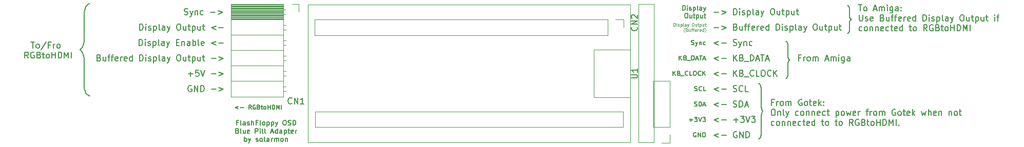
<source format=gbr>
%TF.GenerationSoftware,KiCad,Pcbnew,(5.1.9)-1*%
%TF.CreationDate,2021-04-08T22:41:19+01:00*%
%TF.ProjectId,FF OSD Adapter,4646204f-5344-4204-9164-61707465722e,rev?*%
%TF.SameCoordinates,Original*%
%TF.FileFunction,Legend,Top*%
%TF.FilePolarity,Positive*%
%FSLAX46Y46*%
G04 Gerber Fmt 4.6, Leading zero omitted, Abs format (unit mm)*
G04 Created by KiCad (PCBNEW (5.1.9)-1) date 2021-04-08 22:41:19*
%MOMM*%
%LPD*%
G01*
G04 APERTURE LIST*
%ADD10C,0.150000*%
%ADD11C,0.125000*%
%ADD12C,0.120000*%
G04 APERTURE END LIST*
D10*
X183451571Y-111385000D02*
X183380142Y-111349285D01*
X183273000Y-111349285D01*
X183165857Y-111385000D01*
X183094428Y-111456428D01*
X183058714Y-111527857D01*
X183023000Y-111670714D01*
X183023000Y-111777857D01*
X183058714Y-111920714D01*
X183094428Y-111992142D01*
X183165857Y-112063571D01*
X183273000Y-112099285D01*
X183344428Y-112099285D01*
X183451571Y-112063571D01*
X183487285Y-112027857D01*
X183487285Y-111777857D01*
X183344428Y-111777857D01*
X183808714Y-112099285D02*
X183808714Y-111349285D01*
X184237285Y-112099285D01*
X184237285Y-111349285D01*
X184594428Y-112099285D02*
X184594428Y-111349285D01*
X184773000Y-111349285D01*
X184880142Y-111385000D01*
X184951571Y-111456428D01*
X184987285Y-111527857D01*
X185023000Y-111670714D01*
X185023000Y-111777857D01*
X184987285Y-111920714D01*
X184951571Y-111992142D01*
X184880142Y-112063571D01*
X184773000Y-112099285D01*
X184594428Y-112099285D01*
X182344428Y-109273571D02*
X182915857Y-109273571D01*
X182630142Y-109559285D02*
X182630142Y-108987857D01*
X183201571Y-108809285D02*
X183665857Y-108809285D01*
X183415857Y-109095000D01*
X183522999Y-109095000D01*
X183594428Y-109130714D01*
X183630142Y-109166428D01*
X183665857Y-109237857D01*
X183665857Y-109416428D01*
X183630142Y-109487857D01*
X183594428Y-109523571D01*
X183522999Y-109559285D01*
X183308714Y-109559285D01*
X183237285Y-109523571D01*
X183201571Y-109487857D01*
X183880142Y-108809285D02*
X184130142Y-109559285D01*
X184380142Y-108809285D01*
X184558714Y-108809285D02*
X185022999Y-108809285D01*
X184772999Y-109095000D01*
X184880142Y-109095000D01*
X184951571Y-109130714D01*
X184987285Y-109166428D01*
X185022999Y-109237857D01*
X185022999Y-109416428D01*
X184987285Y-109487857D01*
X184951571Y-109523571D01*
X184880142Y-109559285D01*
X184665857Y-109559285D01*
X184594428Y-109523571D01*
X184558714Y-109487857D01*
X183201570Y-106983571D02*
X183308713Y-107019285D01*
X183487285Y-107019285D01*
X183558713Y-106983571D01*
X183594427Y-106947857D01*
X183630142Y-106876428D01*
X183630142Y-106805000D01*
X183594427Y-106733571D01*
X183558713Y-106697857D01*
X183487285Y-106662142D01*
X183344427Y-106626428D01*
X183272999Y-106590714D01*
X183237285Y-106555000D01*
X183201570Y-106483571D01*
X183201570Y-106412142D01*
X183237285Y-106340714D01*
X183272999Y-106305000D01*
X183344427Y-106269285D01*
X183522999Y-106269285D01*
X183630142Y-106305000D01*
X183951570Y-107019285D02*
X183951570Y-106269285D01*
X184130142Y-106269285D01*
X184237285Y-106305000D01*
X184308713Y-106376428D01*
X184344427Y-106447857D01*
X184380142Y-106590714D01*
X184380142Y-106697857D01*
X184344427Y-106840714D01*
X184308713Y-106912142D01*
X184237285Y-106983571D01*
X184130142Y-107019285D01*
X183951570Y-107019285D01*
X184665856Y-106805000D02*
X185022999Y-106805000D01*
X184594427Y-107019285D02*
X184844427Y-106269285D01*
X185094427Y-107019285D01*
X183237284Y-104443571D02*
X183344427Y-104479285D01*
X183522999Y-104479285D01*
X183594427Y-104443571D01*
X183630142Y-104407857D01*
X183665856Y-104336428D01*
X183665856Y-104265000D01*
X183630142Y-104193571D01*
X183594427Y-104157857D01*
X183522999Y-104122142D01*
X183380142Y-104086428D01*
X183308713Y-104050714D01*
X183272999Y-104015000D01*
X183237284Y-103943571D01*
X183237284Y-103872142D01*
X183272999Y-103800714D01*
X183308713Y-103765000D01*
X183380142Y-103729285D01*
X183558713Y-103729285D01*
X183665856Y-103765000D01*
X184415856Y-104407857D02*
X184380142Y-104443571D01*
X184272999Y-104479285D01*
X184201570Y-104479285D01*
X184094427Y-104443571D01*
X184022999Y-104372142D01*
X183987284Y-104300714D01*
X183951570Y-104157857D01*
X183951570Y-104050714D01*
X183987284Y-103907857D01*
X184022999Y-103836428D01*
X184094427Y-103765000D01*
X184201570Y-103729285D01*
X184272999Y-103729285D01*
X184380142Y-103765000D01*
X184415856Y-103800714D01*
X185094427Y-104479285D02*
X184737284Y-104479285D01*
X184737284Y-103729285D01*
X179630142Y-101939285D02*
X179630142Y-101189285D01*
X180058714Y-101939285D02*
X179737285Y-101510714D01*
X180058714Y-101189285D02*
X179630142Y-101617857D01*
X180630142Y-101546428D02*
X180737285Y-101582142D01*
X180772999Y-101617857D01*
X180808714Y-101689285D01*
X180808714Y-101796428D01*
X180772999Y-101867857D01*
X180737285Y-101903571D01*
X180665856Y-101939285D01*
X180380142Y-101939285D01*
X180380142Y-101189285D01*
X180630142Y-101189285D01*
X180701571Y-101225000D01*
X180737285Y-101260714D01*
X180772999Y-101332142D01*
X180772999Y-101403571D01*
X180737285Y-101475000D01*
X180701571Y-101510714D01*
X180630142Y-101546428D01*
X180380142Y-101546428D01*
X180951571Y-102010714D02*
X181522999Y-102010714D01*
X182130142Y-101867857D02*
X182094428Y-101903571D01*
X181987285Y-101939285D01*
X181915856Y-101939285D01*
X181808714Y-101903571D01*
X181737285Y-101832142D01*
X181701571Y-101760714D01*
X181665856Y-101617857D01*
X181665856Y-101510714D01*
X181701571Y-101367857D01*
X181737285Y-101296428D01*
X181808714Y-101225000D01*
X181915856Y-101189285D01*
X181987285Y-101189285D01*
X182094428Y-101225000D01*
X182130142Y-101260714D01*
X182808714Y-101939285D02*
X182451571Y-101939285D01*
X182451571Y-101189285D01*
X183201571Y-101189285D02*
X183344428Y-101189285D01*
X183415856Y-101225000D01*
X183487285Y-101296428D01*
X183522999Y-101439285D01*
X183522999Y-101689285D01*
X183487285Y-101832142D01*
X183415856Y-101903571D01*
X183344428Y-101939285D01*
X183201571Y-101939285D01*
X183130142Y-101903571D01*
X183058714Y-101832142D01*
X183022999Y-101689285D01*
X183022999Y-101439285D01*
X183058714Y-101296428D01*
X183130142Y-101225000D01*
X183201571Y-101189285D01*
X184272999Y-101867857D02*
X184237285Y-101903571D01*
X184130142Y-101939285D01*
X184058714Y-101939285D01*
X183951571Y-101903571D01*
X183880142Y-101832142D01*
X183844428Y-101760714D01*
X183808714Y-101617857D01*
X183808714Y-101510714D01*
X183844428Y-101367857D01*
X183880142Y-101296428D01*
X183951571Y-101225000D01*
X184058714Y-101189285D01*
X184130142Y-101189285D01*
X184237285Y-101225000D01*
X184272999Y-101260714D01*
X184594428Y-101939285D02*
X184594428Y-101189285D01*
X185022999Y-101939285D02*
X184701571Y-101510714D01*
X185022999Y-101189285D02*
X184594428Y-101617857D01*
X180665856Y-99399285D02*
X180665856Y-98649285D01*
X181094428Y-99399285D02*
X180772999Y-98970714D01*
X181094428Y-98649285D02*
X180665856Y-99077857D01*
X181665856Y-99006428D02*
X181772999Y-99042142D01*
X181808713Y-99077857D01*
X181844428Y-99149285D01*
X181844428Y-99256428D01*
X181808713Y-99327857D01*
X181772999Y-99363571D01*
X181701571Y-99399285D01*
X181415856Y-99399285D01*
X181415856Y-98649285D01*
X181665856Y-98649285D01*
X181737285Y-98685000D01*
X181772999Y-98720714D01*
X181808713Y-98792142D01*
X181808713Y-98863571D01*
X181772999Y-98935000D01*
X181737285Y-98970714D01*
X181665856Y-99006428D01*
X181415856Y-99006428D01*
X181987285Y-99470714D02*
X182558713Y-99470714D01*
X182737285Y-99399285D02*
X182737285Y-98649285D01*
X182915856Y-98649285D01*
X183022999Y-98685000D01*
X183094428Y-98756428D01*
X183130142Y-98827857D01*
X183165856Y-98970714D01*
X183165856Y-99077857D01*
X183130142Y-99220714D01*
X183094428Y-99292142D01*
X183022999Y-99363571D01*
X182915856Y-99399285D01*
X182737285Y-99399285D01*
X183451571Y-99185000D02*
X183808713Y-99185000D01*
X183380142Y-99399285D02*
X183630142Y-98649285D01*
X183880142Y-99399285D01*
X184022999Y-98649285D02*
X184451571Y-98649285D01*
X184237285Y-99399285D02*
X184237285Y-98649285D01*
X184665856Y-99185000D02*
X185022999Y-99185000D01*
X184594428Y-99399285D02*
X184844428Y-98649285D01*
X185094428Y-99399285D01*
X182701570Y-96823571D02*
X182808713Y-96859285D01*
X182987285Y-96859285D01*
X183058713Y-96823571D01*
X183094427Y-96787857D01*
X183130142Y-96716428D01*
X183130142Y-96645000D01*
X183094427Y-96573571D01*
X183058713Y-96537857D01*
X182987285Y-96502142D01*
X182844427Y-96466428D01*
X182772999Y-96430714D01*
X182737285Y-96395000D01*
X182701570Y-96323571D01*
X182701570Y-96252142D01*
X182737285Y-96180714D01*
X182772999Y-96145000D01*
X182844427Y-96109285D01*
X183022999Y-96109285D01*
X183130142Y-96145000D01*
X183380142Y-96359285D02*
X183558713Y-96859285D01*
X183737285Y-96359285D02*
X183558713Y-96859285D01*
X183487285Y-97037857D01*
X183451570Y-97073571D01*
X183380142Y-97109285D01*
X184022999Y-96359285D02*
X184022999Y-96859285D01*
X184022999Y-96430714D02*
X184058713Y-96395000D01*
X184130142Y-96359285D01*
X184237285Y-96359285D01*
X184308713Y-96395000D01*
X184344427Y-96466428D01*
X184344427Y-96859285D01*
X185022999Y-96823571D02*
X184951570Y-96859285D01*
X184808713Y-96859285D01*
X184737285Y-96823571D01*
X184701570Y-96787857D01*
X184665856Y-96716428D01*
X184665856Y-96502142D01*
X184701570Y-96430714D01*
X184737285Y-96395000D01*
X184808713Y-96359285D01*
X184951570Y-96359285D01*
X185022999Y-96395000D01*
D11*
X179754845Y-93768690D02*
X179754845Y-93268690D01*
X179873892Y-93268690D01*
X179945321Y-93292500D01*
X179992940Y-93340119D01*
X180016749Y-93387738D01*
X180040559Y-93482976D01*
X180040559Y-93554404D01*
X180016749Y-93649642D01*
X179992940Y-93697261D01*
X179945321Y-93744880D01*
X179873892Y-93768690D01*
X179754845Y-93768690D01*
X180254845Y-93768690D02*
X180254845Y-93435357D01*
X180254845Y-93268690D02*
X180231035Y-93292500D01*
X180254845Y-93316309D01*
X180278654Y-93292500D01*
X180254845Y-93268690D01*
X180254845Y-93316309D01*
X180469130Y-93744880D02*
X180516749Y-93768690D01*
X180611987Y-93768690D01*
X180659607Y-93744880D01*
X180683416Y-93697261D01*
X180683416Y-93673452D01*
X180659607Y-93625833D01*
X180611987Y-93602023D01*
X180540559Y-93602023D01*
X180492940Y-93578214D01*
X180469130Y-93530595D01*
X180469130Y-93506785D01*
X180492940Y-93459166D01*
X180540559Y-93435357D01*
X180611987Y-93435357D01*
X180659607Y-93459166D01*
X180897702Y-93435357D02*
X180897702Y-93935357D01*
X180897702Y-93459166D02*
X180945321Y-93435357D01*
X181040559Y-93435357D01*
X181088178Y-93459166D01*
X181111987Y-93482976D01*
X181135797Y-93530595D01*
X181135797Y-93673452D01*
X181111987Y-93721071D01*
X181088178Y-93744880D01*
X181040559Y-93768690D01*
X180945321Y-93768690D01*
X180897702Y-93744880D01*
X181421511Y-93768690D02*
X181373892Y-93744880D01*
X181350083Y-93697261D01*
X181350083Y-93268690D01*
X181826273Y-93768690D02*
X181826273Y-93506785D01*
X181802464Y-93459166D01*
X181754845Y-93435357D01*
X181659607Y-93435357D01*
X181611987Y-93459166D01*
X181826273Y-93744880D02*
X181778654Y-93768690D01*
X181659607Y-93768690D01*
X181611987Y-93744880D01*
X181588178Y-93697261D01*
X181588178Y-93649642D01*
X181611987Y-93602023D01*
X181659607Y-93578214D01*
X181778654Y-93578214D01*
X181826273Y-93554404D01*
X182016749Y-93435357D02*
X182135797Y-93768690D01*
X182254845Y-93435357D02*
X182135797Y-93768690D01*
X182088178Y-93887738D01*
X182064368Y-93911547D01*
X182016749Y-93935357D01*
X182921511Y-93268690D02*
X183016749Y-93268690D01*
X183064368Y-93292500D01*
X183111987Y-93340119D01*
X183135797Y-93435357D01*
X183135797Y-93602023D01*
X183111987Y-93697261D01*
X183064368Y-93744880D01*
X183016749Y-93768690D01*
X182921511Y-93768690D01*
X182873892Y-93744880D01*
X182826273Y-93697261D01*
X182802464Y-93602023D01*
X182802464Y-93435357D01*
X182826273Y-93340119D01*
X182873892Y-93292500D01*
X182921511Y-93268690D01*
X183564368Y-93435357D02*
X183564368Y-93768690D01*
X183350083Y-93435357D02*
X183350083Y-93697261D01*
X183373892Y-93744880D01*
X183421511Y-93768690D01*
X183492940Y-93768690D01*
X183540559Y-93744880D01*
X183564368Y-93721071D01*
X183731035Y-93435357D02*
X183921511Y-93435357D01*
X183802464Y-93268690D02*
X183802464Y-93697261D01*
X183826273Y-93744880D01*
X183873892Y-93768690D01*
X183921511Y-93768690D01*
X184088178Y-93435357D02*
X184088178Y-93935357D01*
X184088178Y-93459166D02*
X184135797Y-93435357D01*
X184231035Y-93435357D01*
X184278654Y-93459166D01*
X184302464Y-93482976D01*
X184326273Y-93530595D01*
X184326273Y-93673452D01*
X184302464Y-93721071D01*
X184278654Y-93744880D01*
X184231035Y-93768690D01*
X184135797Y-93768690D01*
X184088178Y-93744880D01*
X184754845Y-93435357D02*
X184754845Y-93768690D01*
X184540559Y-93435357D02*
X184540559Y-93697261D01*
X184564368Y-93744880D01*
X184611987Y-93768690D01*
X184683416Y-93768690D01*
X184731035Y-93744880D01*
X184754845Y-93721071D01*
X184921511Y-93435357D02*
X185111987Y-93435357D01*
X184992940Y-93268690D02*
X184992940Y-93697261D01*
X185016749Y-93744880D01*
X185064368Y-93768690D01*
X185111987Y-93768690D01*
X181611987Y-94834166D02*
X181588178Y-94810357D01*
X181540559Y-94738928D01*
X181516749Y-94691309D01*
X181492940Y-94619880D01*
X181469130Y-94500833D01*
X181469130Y-94405595D01*
X181492940Y-94286547D01*
X181516749Y-94215119D01*
X181540559Y-94167500D01*
X181588178Y-94096071D01*
X181611987Y-94072261D01*
X181969130Y-94381785D02*
X182040559Y-94405595D01*
X182064368Y-94429404D01*
X182088178Y-94477023D01*
X182088178Y-94548452D01*
X182064368Y-94596071D01*
X182040559Y-94619880D01*
X181992940Y-94643690D01*
X181802464Y-94643690D01*
X181802464Y-94143690D01*
X181969130Y-94143690D01*
X182016749Y-94167500D01*
X182040559Y-94191309D01*
X182064368Y-94238928D01*
X182064368Y-94286547D01*
X182040559Y-94334166D01*
X182016749Y-94357976D01*
X181969130Y-94381785D01*
X181802464Y-94381785D01*
X182516749Y-94310357D02*
X182516749Y-94643690D01*
X182302464Y-94310357D02*
X182302464Y-94572261D01*
X182326273Y-94619880D01*
X182373892Y-94643690D01*
X182445321Y-94643690D01*
X182492940Y-94619880D01*
X182516749Y-94596071D01*
X182683416Y-94310357D02*
X182873892Y-94310357D01*
X182754845Y-94643690D02*
X182754845Y-94215119D01*
X182778654Y-94167500D01*
X182826273Y-94143690D01*
X182873892Y-94143690D01*
X182969130Y-94310357D02*
X183159607Y-94310357D01*
X183040559Y-94643690D02*
X183040559Y-94215119D01*
X183064368Y-94167500D01*
X183111987Y-94143690D01*
X183159607Y-94143690D01*
X183516749Y-94619880D02*
X183469130Y-94643690D01*
X183373892Y-94643690D01*
X183326273Y-94619880D01*
X183302464Y-94572261D01*
X183302464Y-94381785D01*
X183326273Y-94334166D01*
X183373892Y-94310357D01*
X183469130Y-94310357D01*
X183516749Y-94334166D01*
X183540559Y-94381785D01*
X183540559Y-94429404D01*
X183302464Y-94477023D01*
X183754845Y-94643690D02*
X183754845Y-94310357D01*
X183754845Y-94405595D02*
X183778654Y-94357976D01*
X183802464Y-94334166D01*
X183850083Y-94310357D01*
X183897702Y-94310357D01*
X184254845Y-94619880D02*
X184207226Y-94643690D01*
X184111987Y-94643690D01*
X184064368Y-94619880D01*
X184040559Y-94572261D01*
X184040559Y-94381785D01*
X184064368Y-94334166D01*
X184111987Y-94310357D01*
X184207226Y-94310357D01*
X184254845Y-94334166D01*
X184278654Y-94381785D01*
X184278654Y-94429404D01*
X184040559Y-94477023D01*
X184707226Y-94643690D02*
X184707226Y-94143690D01*
X184707226Y-94619880D02*
X184659607Y-94643690D01*
X184564368Y-94643690D01*
X184516749Y-94619880D01*
X184492940Y-94596071D01*
X184469130Y-94548452D01*
X184469130Y-94405595D01*
X184492940Y-94357976D01*
X184516749Y-94334166D01*
X184564368Y-94310357D01*
X184659607Y-94310357D01*
X184707226Y-94334166D01*
X184897702Y-94834166D02*
X184921511Y-94810357D01*
X184969130Y-94738928D01*
X184992940Y-94691309D01*
X185016749Y-94619880D01*
X185040559Y-94500833D01*
X185040559Y-94405595D01*
X185016749Y-94286547D01*
X184992940Y-94215119D01*
X184969130Y-94167500D01*
X184921511Y-94096071D01*
X184897702Y-94072261D01*
D10*
X181286214Y-91141785D02*
X181286214Y-90391785D01*
X181464785Y-90391785D01*
X181571928Y-90427500D01*
X181643357Y-90498928D01*
X181679071Y-90570357D01*
X181714785Y-90713214D01*
X181714785Y-90820357D01*
X181679071Y-90963214D01*
X181643357Y-91034642D01*
X181571928Y-91106071D01*
X181464785Y-91141785D01*
X181286214Y-91141785D01*
X182036214Y-91141785D02*
X182036214Y-90641785D01*
X182036214Y-90391785D02*
X182000499Y-90427500D01*
X182036214Y-90463214D01*
X182071928Y-90427500D01*
X182036214Y-90391785D01*
X182036214Y-90463214D01*
X182357642Y-91106071D02*
X182429071Y-91141785D01*
X182571928Y-91141785D01*
X182643357Y-91106071D01*
X182679071Y-91034642D01*
X182679071Y-90998928D01*
X182643357Y-90927500D01*
X182571928Y-90891785D01*
X182464785Y-90891785D01*
X182393357Y-90856071D01*
X182357642Y-90784642D01*
X182357642Y-90748928D01*
X182393357Y-90677500D01*
X182464785Y-90641785D01*
X182571928Y-90641785D01*
X182643357Y-90677500D01*
X183000499Y-90641785D02*
X183000499Y-91391785D01*
X183000499Y-90677500D02*
X183071928Y-90641785D01*
X183214785Y-90641785D01*
X183286214Y-90677500D01*
X183321928Y-90713214D01*
X183357642Y-90784642D01*
X183357642Y-90998928D01*
X183321928Y-91070357D01*
X183286214Y-91106071D01*
X183214785Y-91141785D01*
X183071928Y-91141785D01*
X183000499Y-91106071D01*
X183786214Y-91141785D02*
X183714785Y-91106071D01*
X183679071Y-91034642D01*
X183679071Y-90391785D01*
X184393357Y-91141785D02*
X184393357Y-90748928D01*
X184357642Y-90677500D01*
X184286214Y-90641785D01*
X184143357Y-90641785D01*
X184071928Y-90677500D01*
X184393357Y-91106071D02*
X184321928Y-91141785D01*
X184143357Y-91141785D01*
X184071928Y-91106071D01*
X184036214Y-91034642D01*
X184036214Y-90963214D01*
X184071928Y-90891785D01*
X184143357Y-90856071D01*
X184321928Y-90856071D01*
X184393357Y-90820357D01*
X184679071Y-90641785D02*
X184857642Y-91141785D01*
X185036214Y-90641785D02*
X184857642Y-91141785D01*
X184786214Y-91320357D01*
X184750499Y-91356071D01*
X184679071Y-91391785D01*
X181786214Y-91666785D02*
X181929071Y-91666785D01*
X182000499Y-91702500D01*
X182071928Y-91773928D01*
X182107642Y-91916785D01*
X182107642Y-92166785D01*
X182071928Y-92309642D01*
X182000499Y-92381071D01*
X181929071Y-92416785D01*
X181786214Y-92416785D01*
X181714785Y-92381071D01*
X181643357Y-92309642D01*
X181607642Y-92166785D01*
X181607642Y-91916785D01*
X181643357Y-91773928D01*
X181714785Y-91702500D01*
X181786214Y-91666785D01*
X182750499Y-91916785D02*
X182750499Y-92416785D01*
X182429071Y-91916785D02*
X182429071Y-92309642D01*
X182464785Y-92381071D01*
X182536214Y-92416785D01*
X182643357Y-92416785D01*
X182714785Y-92381071D01*
X182750499Y-92345357D01*
X183000499Y-91916785D02*
X183286214Y-91916785D01*
X183107642Y-91666785D02*
X183107642Y-92309642D01*
X183143357Y-92381071D01*
X183214785Y-92416785D01*
X183286214Y-92416785D01*
X183536214Y-91916785D02*
X183536214Y-92666785D01*
X183536214Y-91952500D02*
X183607642Y-91916785D01*
X183750499Y-91916785D01*
X183821928Y-91952500D01*
X183857642Y-91988214D01*
X183893357Y-92059642D01*
X183893357Y-92273928D01*
X183857642Y-92345357D01*
X183821928Y-92381071D01*
X183750499Y-92416785D01*
X183607642Y-92416785D01*
X183536214Y-92381071D01*
X184536214Y-91916785D02*
X184536214Y-92416785D01*
X184214785Y-91916785D02*
X184214785Y-92309642D01*
X184250499Y-92381071D01*
X184321928Y-92416785D01*
X184429071Y-92416785D01*
X184500499Y-92381071D01*
X184536214Y-92345357D01*
X184786214Y-91916785D02*
X185071928Y-91916785D01*
X184893357Y-91666785D02*
X184893357Y-92309642D01*
X184929071Y-92381071D01*
X185000499Y-92416785D01*
X185071928Y-92416785D01*
X200693928Y-98988571D02*
X200360595Y-98988571D01*
X200360595Y-99512380D02*
X200360595Y-98512380D01*
X200836785Y-98512380D01*
X201217738Y-99512380D02*
X201217738Y-98845714D01*
X201217738Y-99036190D02*
X201265357Y-98940952D01*
X201312976Y-98893333D01*
X201408214Y-98845714D01*
X201503452Y-98845714D01*
X201979642Y-99512380D02*
X201884404Y-99464761D01*
X201836785Y-99417142D01*
X201789166Y-99321904D01*
X201789166Y-99036190D01*
X201836785Y-98940952D01*
X201884404Y-98893333D01*
X201979642Y-98845714D01*
X202122500Y-98845714D01*
X202217738Y-98893333D01*
X202265357Y-98940952D01*
X202312976Y-99036190D01*
X202312976Y-99321904D01*
X202265357Y-99417142D01*
X202217738Y-99464761D01*
X202122500Y-99512380D01*
X201979642Y-99512380D01*
X202741547Y-99512380D02*
X202741547Y-98845714D01*
X202741547Y-98940952D02*
X202789166Y-98893333D01*
X202884404Y-98845714D01*
X203027261Y-98845714D01*
X203122500Y-98893333D01*
X203170119Y-98988571D01*
X203170119Y-99512380D01*
X203170119Y-98988571D02*
X203217738Y-98893333D01*
X203312976Y-98845714D01*
X203455833Y-98845714D01*
X203551071Y-98893333D01*
X203598690Y-98988571D01*
X203598690Y-99512380D01*
X204789166Y-99226666D02*
X205265357Y-99226666D01*
X204693928Y-99512380D02*
X205027261Y-98512380D01*
X205360595Y-99512380D01*
X205693928Y-99512380D02*
X205693928Y-98845714D01*
X205693928Y-98940952D02*
X205741547Y-98893333D01*
X205836785Y-98845714D01*
X205979642Y-98845714D01*
X206074880Y-98893333D01*
X206122500Y-98988571D01*
X206122500Y-99512380D01*
X206122500Y-98988571D02*
X206170119Y-98893333D01*
X206265357Y-98845714D01*
X206408214Y-98845714D01*
X206503452Y-98893333D01*
X206551071Y-98988571D01*
X206551071Y-99512380D01*
X207027261Y-99512380D02*
X207027261Y-98845714D01*
X207027261Y-98512380D02*
X206979642Y-98560000D01*
X207027261Y-98607619D01*
X207074880Y-98560000D01*
X207027261Y-98512380D01*
X207027261Y-98607619D01*
X207932023Y-98845714D02*
X207932023Y-99655238D01*
X207884404Y-99750476D01*
X207836785Y-99798095D01*
X207741547Y-99845714D01*
X207598690Y-99845714D01*
X207503452Y-99798095D01*
X207932023Y-99464761D02*
X207836785Y-99512380D01*
X207646309Y-99512380D01*
X207551071Y-99464761D01*
X207503452Y-99417142D01*
X207455833Y-99321904D01*
X207455833Y-99036190D01*
X207503452Y-98940952D01*
X207551071Y-98893333D01*
X207646309Y-98845714D01*
X207836785Y-98845714D01*
X207932023Y-98893333D01*
X208836785Y-99512380D02*
X208836785Y-98988571D01*
X208789166Y-98893333D01*
X208693928Y-98845714D01*
X208503452Y-98845714D01*
X208408214Y-98893333D01*
X208836785Y-99464761D02*
X208741547Y-99512380D01*
X208503452Y-99512380D01*
X208408214Y-99464761D01*
X208360595Y-99369523D01*
X208360595Y-99274285D01*
X208408214Y-99179047D01*
X208503452Y-99131428D01*
X208741547Y-99131428D01*
X208836785Y-99083809D01*
X198247047Y-102393333D02*
X198342285Y-102393333D01*
X198532761Y-102202857D01*
X198628000Y-101821904D01*
X198628000Y-99917142D01*
X198723238Y-99536190D01*
X198913714Y-99345714D01*
X198723238Y-99155238D01*
X198628000Y-98774285D01*
X198628000Y-96869523D01*
X198532761Y-96488571D01*
X198342285Y-96298095D01*
X198247047Y-96298095D01*
X107968666Y-107038000D02*
X107435333Y-107238000D01*
X107968666Y-107438000D01*
X108302000Y-107238000D02*
X108835333Y-107238000D01*
X110102000Y-107504666D02*
X109868666Y-107171333D01*
X109702000Y-107504666D02*
X109702000Y-106804666D01*
X109968666Y-106804666D01*
X110035333Y-106838000D01*
X110068666Y-106871333D01*
X110102000Y-106938000D01*
X110102000Y-107038000D01*
X110068666Y-107104666D01*
X110035333Y-107138000D01*
X109968666Y-107171333D01*
X109702000Y-107171333D01*
X110768666Y-106838000D02*
X110702000Y-106804666D01*
X110602000Y-106804666D01*
X110502000Y-106838000D01*
X110435333Y-106904666D01*
X110402000Y-106971333D01*
X110368666Y-107104666D01*
X110368666Y-107204666D01*
X110402000Y-107338000D01*
X110435333Y-107404666D01*
X110502000Y-107471333D01*
X110602000Y-107504666D01*
X110668666Y-107504666D01*
X110768666Y-107471333D01*
X110802000Y-107438000D01*
X110802000Y-107204666D01*
X110668666Y-107204666D01*
X111335333Y-107138000D02*
X111435333Y-107171333D01*
X111468666Y-107204666D01*
X111502000Y-107271333D01*
X111502000Y-107371333D01*
X111468666Y-107438000D01*
X111435333Y-107471333D01*
X111368666Y-107504666D01*
X111102000Y-107504666D01*
X111102000Y-106804666D01*
X111335333Y-106804666D01*
X111402000Y-106838000D01*
X111435333Y-106871333D01*
X111468666Y-106938000D01*
X111468666Y-107004666D01*
X111435333Y-107071333D01*
X111402000Y-107104666D01*
X111335333Y-107138000D01*
X111102000Y-107138000D01*
X111702000Y-107038000D02*
X111968666Y-107038000D01*
X111802000Y-106804666D02*
X111802000Y-107404666D01*
X111835333Y-107471333D01*
X111902000Y-107504666D01*
X111968666Y-107504666D01*
X112302000Y-107504666D02*
X112235333Y-107471333D01*
X112202000Y-107438000D01*
X112168666Y-107371333D01*
X112168666Y-107171333D01*
X112202000Y-107104666D01*
X112235333Y-107071333D01*
X112302000Y-107038000D01*
X112402000Y-107038000D01*
X112468666Y-107071333D01*
X112502000Y-107104666D01*
X112535333Y-107171333D01*
X112535333Y-107371333D01*
X112502000Y-107438000D01*
X112468666Y-107471333D01*
X112402000Y-107504666D01*
X112302000Y-107504666D01*
X112835333Y-107504666D02*
X112835333Y-106804666D01*
X112835333Y-107138000D02*
X113235333Y-107138000D01*
X113235333Y-107504666D02*
X113235333Y-106804666D01*
X113568666Y-107504666D02*
X113568666Y-106804666D01*
X113735333Y-106804666D01*
X113835333Y-106838000D01*
X113902000Y-106904666D01*
X113935333Y-106971333D01*
X113968666Y-107104666D01*
X113968666Y-107204666D01*
X113935333Y-107338000D01*
X113902000Y-107404666D01*
X113835333Y-107471333D01*
X113735333Y-107504666D01*
X113568666Y-107504666D01*
X114268666Y-107504666D02*
X114268666Y-106804666D01*
X114502000Y-107304666D01*
X114735333Y-106804666D01*
X114735333Y-107504666D01*
X115068666Y-107504666D02*
X115068666Y-106804666D01*
X107931523Y-109717857D02*
X107664857Y-109717857D01*
X107664857Y-110136904D02*
X107664857Y-109336904D01*
X108045809Y-109336904D01*
X108464857Y-110136904D02*
X108388666Y-110098809D01*
X108350571Y-110022619D01*
X108350571Y-109336904D01*
X109112476Y-110136904D02*
X109112476Y-109717857D01*
X109074380Y-109641666D01*
X108998190Y-109603571D01*
X108845809Y-109603571D01*
X108769619Y-109641666D01*
X109112476Y-110098809D02*
X109036285Y-110136904D01*
X108845809Y-110136904D01*
X108769619Y-110098809D01*
X108731523Y-110022619D01*
X108731523Y-109946428D01*
X108769619Y-109870238D01*
X108845809Y-109832142D01*
X109036285Y-109832142D01*
X109112476Y-109794047D01*
X109455333Y-110098809D02*
X109531523Y-110136904D01*
X109683904Y-110136904D01*
X109760095Y-110098809D01*
X109798190Y-110022619D01*
X109798190Y-109984523D01*
X109760095Y-109908333D01*
X109683904Y-109870238D01*
X109569619Y-109870238D01*
X109493428Y-109832142D01*
X109455333Y-109755952D01*
X109455333Y-109717857D01*
X109493428Y-109641666D01*
X109569619Y-109603571D01*
X109683904Y-109603571D01*
X109760095Y-109641666D01*
X110141047Y-110136904D02*
X110141047Y-109336904D01*
X110483904Y-110136904D02*
X110483904Y-109717857D01*
X110445809Y-109641666D01*
X110369619Y-109603571D01*
X110255333Y-109603571D01*
X110179142Y-109641666D01*
X110141047Y-109679761D01*
X111131523Y-109717857D02*
X110864857Y-109717857D01*
X110864857Y-110136904D02*
X110864857Y-109336904D01*
X111245809Y-109336904D01*
X111664857Y-110136904D02*
X111588666Y-110098809D01*
X111550571Y-110022619D01*
X111550571Y-109336904D01*
X112083904Y-110136904D02*
X112007714Y-110098809D01*
X111969619Y-110060714D01*
X111931523Y-109984523D01*
X111931523Y-109755952D01*
X111969619Y-109679761D01*
X112007714Y-109641666D01*
X112083904Y-109603571D01*
X112198190Y-109603571D01*
X112274380Y-109641666D01*
X112312476Y-109679761D01*
X112350571Y-109755952D01*
X112350571Y-109984523D01*
X112312476Y-110060714D01*
X112274380Y-110098809D01*
X112198190Y-110136904D01*
X112083904Y-110136904D01*
X112693428Y-109603571D02*
X112693428Y-110403571D01*
X112693428Y-109641666D02*
X112769619Y-109603571D01*
X112922000Y-109603571D01*
X112998190Y-109641666D01*
X113036285Y-109679761D01*
X113074380Y-109755952D01*
X113074380Y-109984523D01*
X113036285Y-110060714D01*
X112998190Y-110098809D01*
X112922000Y-110136904D01*
X112769619Y-110136904D01*
X112693428Y-110098809D01*
X113417238Y-109603571D02*
X113417238Y-110403571D01*
X113417238Y-109641666D02*
X113493428Y-109603571D01*
X113645809Y-109603571D01*
X113722000Y-109641666D01*
X113760095Y-109679761D01*
X113798190Y-109755952D01*
X113798190Y-109984523D01*
X113760095Y-110060714D01*
X113722000Y-110098809D01*
X113645809Y-110136904D01*
X113493428Y-110136904D01*
X113417238Y-110098809D01*
X114064857Y-109603571D02*
X114255333Y-110136904D01*
X114445809Y-109603571D02*
X114255333Y-110136904D01*
X114179142Y-110327380D01*
X114141047Y-110365476D01*
X114064857Y-110403571D01*
X115512476Y-109336904D02*
X115664857Y-109336904D01*
X115741047Y-109375000D01*
X115817238Y-109451190D01*
X115855333Y-109603571D01*
X115855333Y-109870238D01*
X115817238Y-110022619D01*
X115741047Y-110098809D01*
X115664857Y-110136904D01*
X115512476Y-110136904D01*
X115436285Y-110098809D01*
X115360095Y-110022619D01*
X115322000Y-109870238D01*
X115322000Y-109603571D01*
X115360095Y-109451190D01*
X115436285Y-109375000D01*
X115512476Y-109336904D01*
X116160095Y-110098809D02*
X116274380Y-110136904D01*
X116464857Y-110136904D01*
X116541047Y-110098809D01*
X116579142Y-110060714D01*
X116617238Y-109984523D01*
X116617238Y-109908333D01*
X116579142Y-109832142D01*
X116541047Y-109794047D01*
X116464857Y-109755952D01*
X116312476Y-109717857D01*
X116236285Y-109679761D01*
X116198190Y-109641666D01*
X116160095Y-109565476D01*
X116160095Y-109489285D01*
X116198190Y-109413095D01*
X116236285Y-109375000D01*
X116312476Y-109336904D01*
X116502952Y-109336904D01*
X116617238Y-109375000D01*
X116960095Y-110136904D02*
X116960095Y-109336904D01*
X117150571Y-109336904D01*
X117264857Y-109375000D01*
X117341047Y-109451190D01*
X117379142Y-109527380D01*
X117417238Y-109679761D01*
X117417238Y-109794047D01*
X117379142Y-109946428D01*
X117341047Y-110022619D01*
X117264857Y-110098809D01*
X117150571Y-110136904D01*
X116960095Y-110136904D01*
X107798190Y-111067857D02*
X107912476Y-111105952D01*
X107950571Y-111144047D01*
X107988666Y-111220238D01*
X107988666Y-111334523D01*
X107950571Y-111410714D01*
X107912476Y-111448809D01*
X107836285Y-111486904D01*
X107531523Y-111486904D01*
X107531523Y-110686904D01*
X107798190Y-110686904D01*
X107874380Y-110725000D01*
X107912476Y-110763095D01*
X107950571Y-110839285D01*
X107950571Y-110915476D01*
X107912476Y-110991666D01*
X107874380Y-111029761D01*
X107798190Y-111067857D01*
X107531523Y-111067857D01*
X108445809Y-111486904D02*
X108369619Y-111448809D01*
X108331523Y-111372619D01*
X108331523Y-110686904D01*
X109093428Y-110953571D02*
X109093428Y-111486904D01*
X108750571Y-110953571D02*
X108750571Y-111372619D01*
X108788666Y-111448809D01*
X108864857Y-111486904D01*
X108979142Y-111486904D01*
X109055333Y-111448809D01*
X109093428Y-111410714D01*
X109779142Y-111448809D02*
X109702952Y-111486904D01*
X109550571Y-111486904D01*
X109474380Y-111448809D01*
X109436285Y-111372619D01*
X109436285Y-111067857D01*
X109474380Y-110991666D01*
X109550571Y-110953571D01*
X109702952Y-110953571D01*
X109779142Y-110991666D01*
X109817238Y-111067857D01*
X109817238Y-111144047D01*
X109436285Y-111220238D01*
X110769619Y-111486904D02*
X110769619Y-110686904D01*
X111074380Y-110686904D01*
X111150571Y-110725000D01*
X111188666Y-110763095D01*
X111226761Y-110839285D01*
X111226761Y-110953571D01*
X111188666Y-111029761D01*
X111150571Y-111067857D01*
X111074380Y-111105952D01*
X110769619Y-111105952D01*
X111569619Y-111486904D02*
X111569619Y-110953571D01*
X111569619Y-110686904D02*
X111531523Y-110725000D01*
X111569619Y-110763095D01*
X111607714Y-110725000D01*
X111569619Y-110686904D01*
X111569619Y-110763095D01*
X112064857Y-111486904D02*
X111988666Y-111448809D01*
X111950571Y-111372619D01*
X111950571Y-110686904D01*
X112483904Y-111486904D02*
X112407714Y-111448809D01*
X112369619Y-111372619D01*
X112369619Y-110686904D01*
X113360095Y-111258333D02*
X113741047Y-111258333D01*
X113283904Y-111486904D02*
X113550571Y-110686904D01*
X113817238Y-111486904D01*
X114426761Y-111486904D02*
X114426761Y-110686904D01*
X114426761Y-111448809D02*
X114350571Y-111486904D01*
X114198190Y-111486904D01*
X114122000Y-111448809D01*
X114083904Y-111410714D01*
X114045809Y-111334523D01*
X114045809Y-111105952D01*
X114083904Y-111029761D01*
X114122000Y-110991666D01*
X114198190Y-110953571D01*
X114350571Y-110953571D01*
X114426761Y-110991666D01*
X115150571Y-111486904D02*
X115150571Y-111067857D01*
X115112476Y-110991666D01*
X115036285Y-110953571D01*
X114883904Y-110953571D01*
X114807714Y-110991666D01*
X115150571Y-111448809D02*
X115074380Y-111486904D01*
X114883904Y-111486904D01*
X114807714Y-111448809D01*
X114769619Y-111372619D01*
X114769619Y-111296428D01*
X114807714Y-111220238D01*
X114883904Y-111182142D01*
X115074380Y-111182142D01*
X115150571Y-111144047D01*
X115531523Y-110953571D02*
X115531523Y-111753571D01*
X115531523Y-110991666D02*
X115607714Y-110953571D01*
X115760095Y-110953571D01*
X115836285Y-110991666D01*
X115874380Y-111029761D01*
X115912476Y-111105952D01*
X115912476Y-111334523D01*
X115874380Y-111410714D01*
X115836285Y-111448809D01*
X115760095Y-111486904D01*
X115607714Y-111486904D01*
X115531523Y-111448809D01*
X116141047Y-110953571D02*
X116445809Y-110953571D01*
X116255333Y-110686904D02*
X116255333Y-111372619D01*
X116293428Y-111448809D01*
X116369619Y-111486904D01*
X116445809Y-111486904D01*
X117017238Y-111448809D02*
X116941047Y-111486904D01*
X116788666Y-111486904D01*
X116712476Y-111448809D01*
X116674380Y-111372619D01*
X116674380Y-111067857D01*
X116712476Y-110991666D01*
X116788666Y-110953571D01*
X116941047Y-110953571D01*
X117017238Y-110991666D01*
X117055333Y-111067857D01*
X117055333Y-111144047D01*
X116674380Y-111220238D01*
X117398190Y-111486904D02*
X117398190Y-110953571D01*
X117398190Y-111105952D02*
X117436285Y-111029761D01*
X117474380Y-110991666D01*
X117550571Y-110953571D01*
X117626761Y-110953571D01*
X108979142Y-112836904D02*
X108979142Y-112036904D01*
X108979142Y-112341666D02*
X109055333Y-112303571D01*
X109207714Y-112303571D01*
X109283904Y-112341666D01*
X109322000Y-112379761D01*
X109360095Y-112455952D01*
X109360095Y-112684523D01*
X109322000Y-112760714D01*
X109283904Y-112798809D01*
X109207714Y-112836904D01*
X109055333Y-112836904D01*
X108979142Y-112798809D01*
X109626761Y-112303571D02*
X109817238Y-112836904D01*
X110007714Y-112303571D02*
X109817238Y-112836904D01*
X109741047Y-113027380D01*
X109702952Y-113065476D01*
X109626761Y-113103571D01*
X110883904Y-112798809D02*
X110960095Y-112836904D01*
X111112476Y-112836904D01*
X111188666Y-112798809D01*
X111226761Y-112722619D01*
X111226761Y-112684523D01*
X111188666Y-112608333D01*
X111112476Y-112570238D01*
X110998190Y-112570238D01*
X110922000Y-112532142D01*
X110883904Y-112455952D01*
X110883904Y-112417857D01*
X110922000Y-112341666D01*
X110998190Y-112303571D01*
X111112476Y-112303571D01*
X111188666Y-112341666D01*
X111683904Y-112836904D02*
X111607714Y-112798809D01*
X111569619Y-112760714D01*
X111531523Y-112684523D01*
X111531523Y-112455952D01*
X111569619Y-112379761D01*
X111607714Y-112341666D01*
X111683904Y-112303571D01*
X111798190Y-112303571D01*
X111874380Y-112341666D01*
X111912476Y-112379761D01*
X111950571Y-112455952D01*
X111950571Y-112684523D01*
X111912476Y-112760714D01*
X111874380Y-112798809D01*
X111798190Y-112836904D01*
X111683904Y-112836904D01*
X112407714Y-112836904D02*
X112331523Y-112798809D01*
X112293428Y-112722619D01*
X112293428Y-112036904D01*
X113055333Y-112836904D02*
X113055333Y-112417857D01*
X113017238Y-112341666D01*
X112941047Y-112303571D01*
X112788666Y-112303571D01*
X112712476Y-112341666D01*
X113055333Y-112798809D02*
X112979142Y-112836904D01*
X112788666Y-112836904D01*
X112712476Y-112798809D01*
X112674380Y-112722619D01*
X112674380Y-112646428D01*
X112712476Y-112570238D01*
X112788666Y-112532142D01*
X112979142Y-112532142D01*
X113055333Y-112494047D01*
X113436285Y-112836904D02*
X113436285Y-112303571D01*
X113436285Y-112455952D02*
X113474380Y-112379761D01*
X113512476Y-112341666D01*
X113588666Y-112303571D01*
X113664857Y-112303571D01*
X113931523Y-112836904D02*
X113931523Y-112303571D01*
X113931523Y-112379761D02*
X113969619Y-112341666D01*
X114045809Y-112303571D01*
X114160095Y-112303571D01*
X114236285Y-112341666D01*
X114274380Y-112417857D01*
X114274380Y-112836904D01*
X114274380Y-112417857D02*
X114312476Y-112341666D01*
X114388666Y-112303571D01*
X114502952Y-112303571D01*
X114579142Y-112341666D01*
X114617238Y-112417857D01*
X114617238Y-112836904D01*
X115112476Y-112836904D02*
X115036285Y-112798809D01*
X114998190Y-112760714D01*
X114960095Y-112684523D01*
X114960095Y-112455952D01*
X114998190Y-112379761D01*
X115036285Y-112341666D01*
X115112476Y-112303571D01*
X115226761Y-112303571D01*
X115302952Y-112341666D01*
X115341047Y-112379761D01*
X115379142Y-112455952D01*
X115379142Y-112684523D01*
X115341047Y-112760714D01*
X115302952Y-112798809D01*
X115226761Y-112836904D01*
X115112476Y-112836904D01*
X115722000Y-112303571D02*
X115722000Y-112836904D01*
X115722000Y-112379761D02*
X115760095Y-112341666D01*
X115836285Y-112303571D01*
X115950571Y-112303571D01*
X116026761Y-112341666D01*
X116064857Y-112417857D01*
X116064857Y-112836904D01*
X210250738Y-90258380D02*
X210822166Y-90258380D01*
X210536452Y-91258380D02*
X210536452Y-90258380D01*
X211298357Y-91258380D02*
X211203119Y-91210761D01*
X211155500Y-91163142D01*
X211107880Y-91067904D01*
X211107880Y-90782190D01*
X211155500Y-90686952D01*
X211203119Y-90639333D01*
X211298357Y-90591714D01*
X211441214Y-90591714D01*
X211536452Y-90639333D01*
X211584071Y-90686952D01*
X211631690Y-90782190D01*
X211631690Y-91067904D01*
X211584071Y-91163142D01*
X211536452Y-91210761D01*
X211441214Y-91258380D01*
X211298357Y-91258380D01*
X212774547Y-90972666D02*
X213250738Y-90972666D01*
X212679309Y-91258380D02*
X213012642Y-90258380D01*
X213345976Y-91258380D01*
X213679309Y-91258380D02*
X213679309Y-90591714D01*
X213679309Y-90686952D02*
X213726928Y-90639333D01*
X213822166Y-90591714D01*
X213965023Y-90591714D01*
X214060261Y-90639333D01*
X214107880Y-90734571D01*
X214107880Y-91258380D01*
X214107880Y-90734571D02*
X214155500Y-90639333D01*
X214250738Y-90591714D01*
X214393595Y-90591714D01*
X214488833Y-90639333D01*
X214536452Y-90734571D01*
X214536452Y-91258380D01*
X215012642Y-91258380D02*
X215012642Y-90591714D01*
X215012642Y-90258380D02*
X214965023Y-90306000D01*
X215012642Y-90353619D01*
X215060261Y-90306000D01*
X215012642Y-90258380D01*
X215012642Y-90353619D01*
X215917404Y-90591714D02*
X215917404Y-91401238D01*
X215869785Y-91496476D01*
X215822166Y-91544095D01*
X215726928Y-91591714D01*
X215584071Y-91591714D01*
X215488833Y-91544095D01*
X215917404Y-91210761D02*
X215822166Y-91258380D01*
X215631690Y-91258380D01*
X215536452Y-91210761D01*
X215488833Y-91163142D01*
X215441214Y-91067904D01*
X215441214Y-90782190D01*
X215488833Y-90686952D01*
X215536452Y-90639333D01*
X215631690Y-90591714D01*
X215822166Y-90591714D01*
X215917404Y-90639333D01*
X216822166Y-91258380D02*
X216822166Y-90734571D01*
X216774547Y-90639333D01*
X216679309Y-90591714D01*
X216488833Y-90591714D01*
X216393595Y-90639333D01*
X216822166Y-91210761D02*
X216726928Y-91258380D01*
X216488833Y-91258380D01*
X216393595Y-91210761D01*
X216345976Y-91115523D01*
X216345976Y-91020285D01*
X216393595Y-90925047D01*
X216488833Y-90877428D01*
X216726928Y-90877428D01*
X216822166Y-90829809D01*
X217298357Y-91163142D02*
X217345976Y-91210761D01*
X217298357Y-91258380D01*
X217250738Y-91210761D01*
X217298357Y-91163142D01*
X217298357Y-91258380D01*
X217298357Y-90639333D02*
X217345976Y-90686952D01*
X217298357Y-90734571D01*
X217250738Y-90686952D01*
X217298357Y-90639333D01*
X217298357Y-90734571D01*
X210393595Y-91908380D02*
X210393595Y-92717904D01*
X210441214Y-92813142D01*
X210488833Y-92860761D01*
X210584071Y-92908380D01*
X210774547Y-92908380D01*
X210869785Y-92860761D01*
X210917404Y-92813142D01*
X210965023Y-92717904D01*
X210965023Y-91908380D01*
X211393595Y-92860761D02*
X211488833Y-92908380D01*
X211679309Y-92908380D01*
X211774547Y-92860761D01*
X211822166Y-92765523D01*
X211822166Y-92717904D01*
X211774547Y-92622666D01*
X211679309Y-92575047D01*
X211536452Y-92575047D01*
X211441214Y-92527428D01*
X211393595Y-92432190D01*
X211393595Y-92384571D01*
X211441214Y-92289333D01*
X211536452Y-92241714D01*
X211679309Y-92241714D01*
X211774547Y-92289333D01*
X212631690Y-92860761D02*
X212536452Y-92908380D01*
X212345976Y-92908380D01*
X212250738Y-92860761D01*
X212203119Y-92765523D01*
X212203119Y-92384571D01*
X212250738Y-92289333D01*
X212345976Y-92241714D01*
X212536452Y-92241714D01*
X212631690Y-92289333D01*
X212679309Y-92384571D01*
X212679309Y-92479809D01*
X212203119Y-92575047D01*
X214203119Y-92384571D02*
X214345976Y-92432190D01*
X214393595Y-92479809D01*
X214441214Y-92575047D01*
X214441214Y-92717904D01*
X214393595Y-92813142D01*
X214345976Y-92860761D01*
X214250738Y-92908380D01*
X213869785Y-92908380D01*
X213869785Y-91908380D01*
X214203119Y-91908380D01*
X214298357Y-91956000D01*
X214345976Y-92003619D01*
X214393595Y-92098857D01*
X214393595Y-92194095D01*
X214345976Y-92289333D01*
X214298357Y-92336952D01*
X214203119Y-92384571D01*
X213869785Y-92384571D01*
X215298357Y-92241714D02*
X215298357Y-92908380D01*
X214869785Y-92241714D02*
X214869785Y-92765523D01*
X214917404Y-92860761D01*
X215012642Y-92908380D01*
X215155500Y-92908380D01*
X215250738Y-92860761D01*
X215298357Y-92813142D01*
X215631690Y-92241714D02*
X216012642Y-92241714D01*
X215774547Y-92908380D02*
X215774547Y-92051238D01*
X215822166Y-91956000D01*
X215917404Y-91908380D01*
X216012642Y-91908380D01*
X216203119Y-92241714D02*
X216584071Y-92241714D01*
X216345976Y-92908380D02*
X216345976Y-92051238D01*
X216393595Y-91956000D01*
X216488833Y-91908380D01*
X216584071Y-91908380D01*
X217298357Y-92860761D02*
X217203119Y-92908380D01*
X217012642Y-92908380D01*
X216917404Y-92860761D01*
X216869785Y-92765523D01*
X216869785Y-92384571D01*
X216917404Y-92289333D01*
X217012642Y-92241714D01*
X217203119Y-92241714D01*
X217298357Y-92289333D01*
X217345976Y-92384571D01*
X217345976Y-92479809D01*
X216869785Y-92575047D01*
X217774547Y-92908380D02*
X217774547Y-92241714D01*
X217774547Y-92432190D02*
X217822166Y-92336952D01*
X217869785Y-92289333D01*
X217965023Y-92241714D01*
X218060261Y-92241714D01*
X218774547Y-92860761D02*
X218679309Y-92908380D01*
X218488833Y-92908380D01*
X218393595Y-92860761D01*
X218345976Y-92765523D01*
X218345976Y-92384571D01*
X218393595Y-92289333D01*
X218488833Y-92241714D01*
X218679309Y-92241714D01*
X218774547Y-92289333D01*
X218822166Y-92384571D01*
X218822166Y-92479809D01*
X218345976Y-92575047D01*
X219679309Y-92908380D02*
X219679309Y-91908380D01*
X219679309Y-92860761D02*
X219584071Y-92908380D01*
X219393595Y-92908380D01*
X219298357Y-92860761D01*
X219250738Y-92813142D01*
X219203119Y-92717904D01*
X219203119Y-92432190D01*
X219250738Y-92336952D01*
X219298357Y-92289333D01*
X219393595Y-92241714D01*
X219584071Y-92241714D01*
X219679309Y-92289333D01*
X220917404Y-92908380D02*
X220917404Y-91908380D01*
X221155500Y-91908380D01*
X221298357Y-91956000D01*
X221393595Y-92051238D01*
X221441214Y-92146476D01*
X221488833Y-92336952D01*
X221488833Y-92479809D01*
X221441214Y-92670285D01*
X221393595Y-92765523D01*
X221298357Y-92860761D01*
X221155500Y-92908380D01*
X220917404Y-92908380D01*
X221917404Y-92908380D02*
X221917404Y-92241714D01*
X221917404Y-91908380D02*
X221869785Y-91956000D01*
X221917404Y-92003619D01*
X221965023Y-91956000D01*
X221917404Y-91908380D01*
X221917404Y-92003619D01*
X222345976Y-92860761D02*
X222441214Y-92908380D01*
X222631690Y-92908380D01*
X222726928Y-92860761D01*
X222774547Y-92765523D01*
X222774547Y-92717904D01*
X222726928Y-92622666D01*
X222631690Y-92575047D01*
X222488833Y-92575047D01*
X222393595Y-92527428D01*
X222345976Y-92432190D01*
X222345976Y-92384571D01*
X222393595Y-92289333D01*
X222488833Y-92241714D01*
X222631690Y-92241714D01*
X222726928Y-92289333D01*
X223203119Y-92241714D02*
X223203119Y-93241714D01*
X223203119Y-92289333D02*
X223298357Y-92241714D01*
X223488833Y-92241714D01*
X223584071Y-92289333D01*
X223631690Y-92336952D01*
X223679309Y-92432190D01*
X223679309Y-92717904D01*
X223631690Y-92813142D01*
X223584071Y-92860761D01*
X223488833Y-92908380D01*
X223298357Y-92908380D01*
X223203119Y-92860761D01*
X224250738Y-92908380D02*
X224155500Y-92860761D01*
X224107880Y-92765523D01*
X224107880Y-91908380D01*
X225060261Y-92908380D02*
X225060261Y-92384571D01*
X225012642Y-92289333D01*
X224917404Y-92241714D01*
X224726928Y-92241714D01*
X224631690Y-92289333D01*
X225060261Y-92860761D02*
X224965023Y-92908380D01*
X224726928Y-92908380D01*
X224631690Y-92860761D01*
X224584071Y-92765523D01*
X224584071Y-92670285D01*
X224631690Y-92575047D01*
X224726928Y-92527428D01*
X224965023Y-92527428D01*
X225060261Y-92479809D01*
X225441214Y-92241714D02*
X225679309Y-92908380D01*
X225917404Y-92241714D02*
X225679309Y-92908380D01*
X225584071Y-93146476D01*
X225536452Y-93194095D01*
X225441214Y-93241714D01*
X227250738Y-91908380D02*
X227441214Y-91908380D01*
X227536452Y-91956000D01*
X227631690Y-92051238D01*
X227679309Y-92241714D01*
X227679309Y-92575047D01*
X227631690Y-92765523D01*
X227536452Y-92860761D01*
X227441214Y-92908380D01*
X227250738Y-92908380D01*
X227155500Y-92860761D01*
X227060261Y-92765523D01*
X227012642Y-92575047D01*
X227012642Y-92241714D01*
X227060261Y-92051238D01*
X227155500Y-91956000D01*
X227250738Y-91908380D01*
X228536452Y-92241714D02*
X228536452Y-92908380D01*
X228107880Y-92241714D02*
X228107880Y-92765523D01*
X228155500Y-92860761D01*
X228250738Y-92908380D01*
X228393595Y-92908380D01*
X228488833Y-92860761D01*
X228536452Y-92813142D01*
X228869785Y-92241714D02*
X229250738Y-92241714D01*
X229012642Y-91908380D02*
X229012642Y-92765523D01*
X229060261Y-92860761D01*
X229155500Y-92908380D01*
X229250738Y-92908380D01*
X229584071Y-92241714D02*
X229584071Y-93241714D01*
X229584071Y-92289333D02*
X229679309Y-92241714D01*
X229869785Y-92241714D01*
X229965023Y-92289333D01*
X230012642Y-92336952D01*
X230060261Y-92432190D01*
X230060261Y-92717904D01*
X230012642Y-92813142D01*
X229965023Y-92860761D01*
X229869785Y-92908380D01*
X229679309Y-92908380D01*
X229584071Y-92860761D01*
X230917404Y-92241714D02*
X230917404Y-92908380D01*
X230488833Y-92241714D02*
X230488833Y-92765523D01*
X230536452Y-92860761D01*
X230631690Y-92908380D01*
X230774547Y-92908380D01*
X230869785Y-92860761D01*
X230917404Y-92813142D01*
X231250738Y-92241714D02*
X231631690Y-92241714D01*
X231393595Y-91908380D02*
X231393595Y-92765523D01*
X231441214Y-92860761D01*
X231536452Y-92908380D01*
X231631690Y-92908380D01*
X232726928Y-92908380D02*
X232726928Y-92241714D01*
X232726928Y-91908380D02*
X232679309Y-91956000D01*
X232726928Y-92003619D01*
X232774547Y-91956000D01*
X232726928Y-91908380D01*
X232726928Y-92003619D01*
X233060261Y-92241714D02*
X233441214Y-92241714D01*
X233203119Y-92908380D02*
X233203119Y-92051238D01*
X233250738Y-91956000D01*
X233345976Y-91908380D01*
X233441214Y-91908380D01*
X210822166Y-94510761D02*
X210726928Y-94558380D01*
X210536452Y-94558380D01*
X210441214Y-94510761D01*
X210393595Y-94463142D01*
X210345976Y-94367904D01*
X210345976Y-94082190D01*
X210393595Y-93986952D01*
X210441214Y-93939333D01*
X210536452Y-93891714D01*
X210726928Y-93891714D01*
X210822166Y-93939333D01*
X211393595Y-94558380D02*
X211298357Y-94510761D01*
X211250738Y-94463142D01*
X211203119Y-94367904D01*
X211203119Y-94082190D01*
X211250738Y-93986952D01*
X211298357Y-93939333D01*
X211393595Y-93891714D01*
X211536452Y-93891714D01*
X211631690Y-93939333D01*
X211679309Y-93986952D01*
X211726928Y-94082190D01*
X211726928Y-94367904D01*
X211679309Y-94463142D01*
X211631690Y-94510761D01*
X211536452Y-94558380D01*
X211393595Y-94558380D01*
X212155500Y-93891714D02*
X212155500Y-94558380D01*
X212155500Y-93986952D02*
X212203119Y-93939333D01*
X212298357Y-93891714D01*
X212441214Y-93891714D01*
X212536452Y-93939333D01*
X212584071Y-94034571D01*
X212584071Y-94558380D01*
X213060261Y-93891714D02*
X213060261Y-94558380D01*
X213060261Y-93986952D02*
X213107880Y-93939333D01*
X213203119Y-93891714D01*
X213345976Y-93891714D01*
X213441214Y-93939333D01*
X213488833Y-94034571D01*
X213488833Y-94558380D01*
X214345976Y-94510761D02*
X214250738Y-94558380D01*
X214060261Y-94558380D01*
X213965023Y-94510761D01*
X213917404Y-94415523D01*
X213917404Y-94034571D01*
X213965023Y-93939333D01*
X214060261Y-93891714D01*
X214250738Y-93891714D01*
X214345976Y-93939333D01*
X214393595Y-94034571D01*
X214393595Y-94129809D01*
X213917404Y-94225047D01*
X215250738Y-94510761D02*
X215155500Y-94558380D01*
X214965023Y-94558380D01*
X214869785Y-94510761D01*
X214822166Y-94463142D01*
X214774547Y-94367904D01*
X214774547Y-94082190D01*
X214822166Y-93986952D01*
X214869785Y-93939333D01*
X214965023Y-93891714D01*
X215155500Y-93891714D01*
X215250738Y-93939333D01*
X215536452Y-93891714D02*
X215917404Y-93891714D01*
X215679309Y-93558380D02*
X215679309Y-94415523D01*
X215726928Y-94510761D01*
X215822166Y-94558380D01*
X215917404Y-94558380D01*
X216631690Y-94510761D02*
X216536452Y-94558380D01*
X216345976Y-94558380D01*
X216250738Y-94510761D01*
X216203119Y-94415523D01*
X216203119Y-94034571D01*
X216250738Y-93939333D01*
X216345976Y-93891714D01*
X216536452Y-93891714D01*
X216631690Y-93939333D01*
X216679309Y-94034571D01*
X216679309Y-94129809D01*
X216203119Y-94225047D01*
X217536452Y-94558380D02*
X217536452Y-93558380D01*
X217536452Y-94510761D02*
X217441214Y-94558380D01*
X217250738Y-94558380D01*
X217155500Y-94510761D01*
X217107880Y-94463142D01*
X217060261Y-94367904D01*
X217060261Y-94082190D01*
X217107880Y-93986952D01*
X217155500Y-93939333D01*
X217250738Y-93891714D01*
X217441214Y-93891714D01*
X217536452Y-93939333D01*
X218631690Y-93891714D02*
X219012642Y-93891714D01*
X218774547Y-93558380D02*
X218774547Y-94415523D01*
X218822166Y-94510761D01*
X218917404Y-94558380D01*
X219012642Y-94558380D01*
X219488833Y-94558380D02*
X219393595Y-94510761D01*
X219345976Y-94463142D01*
X219298357Y-94367904D01*
X219298357Y-94082190D01*
X219345976Y-93986952D01*
X219393595Y-93939333D01*
X219488833Y-93891714D01*
X219631690Y-93891714D01*
X219726928Y-93939333D01*
X219774547Y-93986952D01*
X219822166Y-94082190D01*
X219822166Y-94367904D01*
X219774547Y-94463142D01*
X219726928Y-94510761D01*
X219631690Y-94558380D01*
X219488833Y-94558380D01*
X221584071Y-94558380D02*
X221250738Y-94082190D01*
X221012642Y-94558380D02*
X221012642Y-93558380D01*
X221393595Y-93558380D01*
X221488833Y-93606000D01*
X221536452Y-93653619D01*
X221584071Y-93748857D01*
X221584071Y-93891714D01*
X221536452Y-93986952D01*
X221488833Y-94034571D01*
X221393595Y-94082190D01*
X221012642Y-94082190D01*
X222536452Y-93606000D02*
X222441214Y-93558380D01*
X222298357Y-93558380D01*
X222155500Y-93606000D01*
X222060261Y-93701238D01*
X222012642Y-93796476D01*
X221965023Y-93986952D01*
X221965023Y-94129809D01*
X222012642Y-94320285D01*
X222060261Y-94415523D01*
X222155500Y-94510761D01*
X222298357Y-94558380D01*
X222393595Y-94558380D01*
X222536452Y-94510761D01*
X222584071Y-94463142D01*
X222584071Y-94129809D01*
X222393595Y-94129809D01*
X223345976Y-94034571D02*
X223488833Y-94082190D01*
X223536452Y-94129809D01*
X223584071Y-94225047D01*
X223584071Y-94367904D01*
X223536452Y-94463142D01*
X223488833Y-94510761D01*
X223393595Y-94558380D01*
X223012642Y-94558380D01*
X223012642Y-93558380D01*
X223345976Y-93558380D01*
X223441214Y-93606000D01*
X223488833Y-93653619D01*
X223536452Y-93748857D01*
X223536452Y-93844095D01*
X223488833Y-93939333D01*
X223441214Y-93986952D01*
X223345976Y-94034571D01*
X223012642Y-94034571D01*
X223869785Y-93891714D02*
X224250738Y-93891714D01*
X224012642Y-93558380D02*
X224012642Y-94415523D01*
X224060261Y-94510761D01*
X224155500Y-94558380D01*
X224250738Y-94558380D01*
X224726928Y-94558380D02*
X224631690Y-94510761D01*
X224584071Y-94463142D01*
X224536452Y-94367904D01*
X224536452Y-94082190D01*
X224584071Y-93986952D01*
X224631690Y-93939333D01*
X224726928Y-93891714D01*
X224869785Y-93891714D01*
X224965023Y-93939333D01*
X225012642Y-93986952D01*
X225060261Y-94082190D01*
X225060261Y-94367904D01*
X225012642Y-94463142D01*
X224965023Y-94510761D01*
X224869785Y-94558380D01*
X224726928Y-94558380D01*
X225488833Y-94558380D02*
X225488833Y-93558380D01*
X225488833Y-94034571D02*
X226060261Y-94034571D01*
X226060261Y-94558380D02*
X226060261Y-93558380D01*
X226536452Y-94558380D02*
X226536452Y-93558380D01*
X226774547Y-93558380D01*
X226917404Y-93606000D01*
X227012642Y-93701238D01*
X227060261Y-93796476D01*
X227107880Y-93986952D01*
X227107880Y-94129809D01*
X227060261Y-94320285D01*
X227012642Y-94415523D01*
X226917404Y-94510761D01*
X226774547Y-94558380D01*
X226536452Y-94558380D01*
X227536452Y-94558380D02*
X227536452Y-93558380D01*
X227869785Y-94272666D01*
X228203119Y-93558380D01*
X228203119Y-94558380D01*
X228679309Y-94558380D02*
X228679309Y-93558380D01*
X208407047Y-94956000D02*
X208502285Y-94956000D01*
X208692761Y-94813142D01*
X208788000Y-94527428D01*
X208788000Y-93098857D01*
X208883238Y-92813142D01*
X209073714Y-92670285D01*
X208883238Y-92527428D01*
X208788000Y-92241714D01*
X208788000Y-90813142D01*
X208692761Y-90527428D01*
X208502285Y-90384571D01*
X208407047Y-90384571D01*
X83502380Y-90091666D02*
X83264285Y-90091666D01*
X82788095Y-90567857D01*
X82550000Y-91520238D01*
X82550000Y-96282142D01*
X82311904Y-97234523D01*
X81835714Y-97710714D01*
X82311904Y-98186904D01*
X82550000Y-99139285D01*
X82550000Y-103901190D01*
X82788095Y-104853571D01*
X83264285Y-105329761D01*
X83502380Y-105329761D01*
X84989285Y-98988571D02*
X85132143Y-99036190D01*
X85179762Y-99083809D01*
X85227381Y-99179047D01*
X85227381Y-99321904D01*
X85179762Y-99417142D01*
X85132143Y-99464761D01*
X85036904Y-99512380D01*
X84655952Y-99512380D01*
X84655952Y-98512380D01*
X84989285Y-98512380D01*
X85084524Y-98560000D01*
X85132143Y-98607619D01*
X85179762Y-98702857D01*
X85179762Y-98798095D01*
X85132143Y-98893333D01*
X85084524Y-98940952D01*
X84989285Y-98988571D01*
X84655952Y-98988571D01*
X86084524Y-98845714D02*
X86084524Y-99512380D01*
X85655952Y-98845714D02*
X85655952Y-99369523D01*
X85703571Y-99464761D01*
X85798809Y-99512380D01*
X85941666Y-99512380D01*
X86036904Y-99464761D01*
X86084524Y-99417142D01*
X86417857Y-98845714D02*
X86798809Y-98845714D01*
X86560714Y-99512380D02*
X86560714Y-98655238D01*
X86608333Y-98560000D01*
X86703571Y-98512380D01*
X86798809Y-98512380D01*
X86989285Y-98845714D02*
X87370238Y-98845714D01*
X87132143Y-99512380D02*
X87132143Y-98655238D01*
X87179762Y-98560000D01*
X87275000Y-98512380D01*
X87370238Y-98512380D01*
X88084524Y-99464761D02*
X87989285Y-99512380D01*
X87798809Y-99512380D01*
X87703571Y-99464761D01*
X87655952Y-99369523D01*
X87655952Y-98988571D01*
X87703571Y-98893333D01*
X87798809Y-98845714D01*
X87989285Y-98845714D01*
X88084524Y-98893333D01*
X88132143Y-98988571D01*
X88132143Y-99083809D01*
X87655952Y-99179047D01*
X88560714Y-99512380D02*
X88560714Y-98845714D01*
X88560714Y-99036190D02*
X88608333Y-98940952D01*
X88655952Y-98893333D01*
X88751190Y-98845714D01*
X88846428Y-98845714D01*
X89560714Y-99464761D02*
X89465476Y-99512380D01*
X89275000Y-99512380D01*
X89179762Y-99464761D01*
X89132143Y-99369523D01*
X89132143Y-98988571D01*
X89179762Y-98893333D01*
X89275000Y-98845714D01*
X89465476Y-98845714D01*
X89560714Y-98893333D01*
X89608333Y-98988571D01*
X89608333Y-99083809D01*
X89132143Y-99179047D01*
X90465476Y-99512380D02*
X90465476Y-98512380D01*
X90465476Y-99464761D02*
X90370238Y-99512380D01*
X90179762Y-99512380D01*
X90084524Y-99464761D01*
X90036904Y-99417142D01*
X89989285Y-99321904D01*
X89989285Y-99036190D01*
X90036904Y-98940952D01*
X90084524Y-98893333D01*
X90179762Y-98845714D01*
X90370238Y-98845714D01*
X90465476Y-98893333D01*
X91703571Y-99512380D02*
X91703571Y-98512380D01*
X91941666Y-98512380D01*
X92084524Y-98560000D01*
X92179762Y-98655238D01*
X92227381Y-98750476D01*
X92275000Y-98940952D01*
X92275000Y-99083809D01*
X92227381Y-99274285D01*
X92179762Y-99369523D01*
X92084524Y-99464761D01*
X91941666Y-99512380D01*
X91703571Y-99512380D01*
X92703571Y-99512380D02*
X92703571Y-98845714D01*
X92703571Y-98512380D02*
X92655952Y-98560000D01*
X92703571Y-98607619D01*
X92751190Y-98560000D01*
X92703571Y-98512380D01*
X92703571Y-98607619D01*
X93132143Y-99464761D02*
X93227381Y-99512380D01*
X93417857Y-99512380D01*
X93513095Y-99464761D01*
X93560714Y-99369523D01*
X93560714Y-99321904D01*
X93513095Y-99226666D01*
X93417857Y-99179047D01*
X93275000Y-99179047D01*
X93179762Y-99131428D01*
X93132143Y-99036190D01*
X93132143Y-98988571D01*
X93179762Y-98893333D01*
X93275000Y-98845714D01*
X93417857Y-98845714D01*
X93513095Y-98893333D01*
X93989285Y-98845714D02*
X93989285Y-99845714D01*
X93989285Y-98893333D02*
X94084524Y-98845714D01*
X94275000Y-98845714D01*
X94370238Y-98893333D01*
X94417857Y-98940952D01*
X94465476Y-99036190D01*
X94465476Y-99321904D01*
X94417857Y-99417142D01*
X94370238Y-99464761D01*
X94275000Y-99512380D01*
X94084524Y-99512380D01*
X93989285Y-99464761D01*
X95036904Y-99512380D02*
X94941666Y-99464761D01*
X94894047Y-99369523D01*
X94894047Y-98512380D01*
X95846428Y-99512380D02*
X95846428Y-98988571D01*
X95798809Y-98893333D01*
X95703571Y-98845714D01*
X95513095Y-98845714D01*
X95417857Y-98893333D01*
X95846428Y-99464761D02*
X95751190Y-99512380D01*
X95513095Y-99512380D01*
X95417857Y-99464761D01*
X95370238Y-99369523D01*
X95370238Y-99274285D01*
X95417857Y-99179047D01*
X95513095Y-99131428D01*
X95751190Y-99131428D01*
X95846428Y-99083809D01*
X96227381Y-98845714D02*
X96465476Y-99512380D01*
X96703571Y-98845714D02*
X96465476Y-99512380D01*
X96370238Y-99750476D01*
X96322619Y-99798095D01*
X96227381Y-99845714D01*
X98036904Y-98512380D02*
X98227381Y-98512380D01*
X98322619Y-98560000D01*
X98417857Y-98655238D01*
X98465476Y-98845714D01*
X98465476Y-99179047D01*
X98417857Y-99369523D01*
X98322619Y-99464761D01*
X98227381Y-99512380D01*
X98036904Y-99512380D01*
X97941666Y-99464761D01*
X97846428Y-99369523D01*
X97798809Y-99179047D01*
X97798809Y-98845714D01*
X97846428Y-98655238D01*
X97941666Y-98560000D01*
X98036904Y-98512380D01*
X99322619Y-98845714D02*
X99322619Y-99512380D01*
X98894047Y-98845714D02*
X98894047Y-99369523D01*
X98941666Y-99464761D01*
X99036904Y-99512380D01*
X99179762Y-99512380D01*
X99275000Y-99464761D01*
X99322619Y-99417142D01*
X99655952Y-98845714D02*
X100036904Y-98845714D01*
X99798809Y-98512380D02*
X99798809Y-99369523D01*
X99846428Y-99464761D01*
X99941666Y-99512380D01*
X100036904Y-99512380D01*
X100370238Y-98845714D02*
X100370238Y-99845714D01*
X100370238Y-98893333D02*
X100465476Y-98845714D01*
X100655952Y-98845714D01*
X100751190Y-98893333D01*
X100798809Y-98940952D01*
X100846428Y-99036190D01*
X100846428Y-99321904D01*
X100798809Y-99417142D01*
X100751190Y-99464761D01*
X100655952Y-99512380D01*
X100465476Y-99512380D01*
X100370238Y-99464761D01*
X101703571Y-98845714D02*
X101703571Y-99512380D01*
X101275000Y-98845714D02*
X101275000Y-99369523D01*
X101322619Y-99464761D01*
X101417857Y-99512380D01*
X101560714Y-99512380D01*
X101655952Y-99464761D01*
X101703571Y-99417142D01*
X102036904Y-98845714D02*
X102417857Y-98845714D01*
X102179762Y-98512380D02*
X102179762Y-99369523D01*
X102227381Y-99464761D01*
X102322619Y-99512380D01*
X102417857Y-99512380D01*
X103513095Y-99131428D02*
X104275000Y-99131428D01*
X104751190Y-98845714D02*
X105513095Y-99131428D01*
X104751190Y-99417142D01*
X91608334Y-96972380D02*
X91608334Y-95972380D01*
X91846429Y-95972380D01*
X91989286Y-96020000D01*
X92084524Y-96115238D01*
X92132143Y-96210476D01*
X92179762Y-96400952D01*
X92179762Y-96543809D01*
X92132143Y-96734285D01*
X92084524Y-96829523D01*
X91989286Y-96924761D01*
X91846429Y-96972380D01*
X91608334Y-96972380D01*
X92608334Y-96972380D02*
X92608334Y-96305714D01*
X92608334Y-95972380D02*
X92560715Y-96020000D01*
X92608334Y-96067619D01*
X92655953Y-96020000D01*
X92608334Y-95972380D01*
X92608334Y-96067619D01*
X93036905Y-96924761D02*
X93132143Y-96972380D01*
X93322619Y-96972380D01*
X93417857Y-96924761D01*
X93465476Y-96829523D01*
X93465476Y-96781904D01*
X93417857Y-96686666D01*
X93322619Y-96639047D01*
X93179762Y-96639047D01*
X93084524Y-96591428D01*
X93036905Y-96496190D01*
X93036905Y-96448571D01*
X93084524Y-96353333D01*
X93179762Y-96305714D01*
X93322619Y-96305714D01*
X93417857Y-96353333D01*
X93894048Y-96305714D02*
X93894048Y-97305714D01*
X93894048Y-96353333D02*
X93989286Y-96305714D01*
X94179762Y-96305714D01*
X94275000Y-96353333D01*
X94322619Y-96400952D01*
X94370238Y-96496190D01*
X94370238Y-96781904D01*
X94322619Y-96877142D01*
X94275000Y-96924761D01*
X94179762Y-96972380D01*
X93989286Y-96972380D01*
X93894048Y-96924761D01*
X94941667Y-96972380D02*
X94846429Y-96924761D01*
X94798810Y-96829523D01*
X94798810Y-95972380D01*
X95751191Y-96972380D02*
X95751191Y-96448571D01*
X95703572Y-96353333D01*
X95608334Y-96305714D01*
X95417857Y-96305714D01*
X95322619Y-96353333D01*
X95751191Y-96924761D02*
X95655953Y-96972380D01*
X95417857Y-96972380D01*
X95322619Y-96924761D01*
X95275000Y-96829523D01*
X95275000Y-96734285D01*
X95322619Y-96639047D01*
X95417857Y-96591428D01*
X95655953Y-96591428D01*
X95751191Y-96543809D01*
X96132143Y-96305714D02*
X96370238Y-96972380D01*
X96608334Y-96305714D02*
X96370238Y-96972380D01*
X96275000Y-97210476D01*
X96227381Y-97258095D01*
X96132143Y-97305714D01*
X97751191Y-96448571D02*
X98084524Y-96448571D01*
X98227381Y-96972380D02*
X97751191Y-96972380D01*
X97751191Y-95972380D01*
X98227381Y-95972380D01*
X98655953Y-96305714D02*
X98655953Y-96972380D01*
X98655953Y-96400952D02*
X98703572Y-96353333D01*
X98798810Y-96305714D01*
X98941667Y-96305714D01*
X99036905Y-96353333D01*
X99084524Y-96448571D01*
X99084524Y-96972380D01*
X99989286Y-96972380D02*
X99989286Y-96448571D01*
X99941667Y-96353333D01*
X99846429Y-96305714D01*
X99655953Y-96305714D01*
X99560715Y-96353333D01*
X99989286Y-96924761D02*
X99894048Y-96972380D01*
X99655953Y-96972380D01*
X99560715Y-96924761D01*
X99513095Y-96829523D01*
X99513095Y-96734285D01*
X99560715Y-96639047D01*
X99655953Y-96591428D01*
X99894048Y-96591428D01*
X99989286Y-96543809D01*
X100465476Y-96972380D02*
X100465476Y-95972380D01*
X100465476Y-96353333D02*
X100560715Y-96305714D01*
X100751191Y-96305714D01*
X100846429Y-96353333D01*
X100894048Y-96400952D01*
X100941667Y-96496190D01*
X100941667Y-96781904D01*
X100894048Y-96877142D01*
X100846429Y-96924761D01*
X100751191Y-96972380D01*
X100560715Y-96972380D01*
X100465476Y-96924761D01*
X101513095Y-96972380D02*
X101417857Y-96924761D01*
X101370238Y-96829523D01*
X101370238Y-95972380D01*
X102275000Y-96924761D02*
X102179762Y-96972380D01*
X101989286Y-96972380D01*
X101894048Y-96924761D01*
X101846429Y-96829523D01*
X101846429Y-96448571D01*
X101894048Y-96353333D01*
X101989286Y-96305714D01*
X102179762Y-96305714D01*
X102275000Y-96353333D01*
X102322619Y-96448571D01*
X102322619Y-96543809D01*
X101846429Y-96639047D01*
X104275000Y-96305714D02*
X103513095Y-96591428D01*
X104275000Y-96877142D01*
X104751191Y-96591428D02*
X105513095Y-96591428D01*
X91703572Y-94432380D02*
X91703572Y-93432380D01*
X91941667Y-93432380D01*
X92084524Y-93480000D01*
X92179762Y-93575238D01*
X92227381Y-93670476D01*
X92275000Y-93860952D01*
X92275000Y-94003809D01*
X92227381Y-94194285D01*
X92179762Y-94289523D01*
X92084524Y-94384761D01*
X91941667Y-94432380D01*
X91703572Y-94432380D01*
X92703572Y-94432380D02*
X92703572Y-93765714D01*
X92703572Y-93432380D02*
X92655953Y-93480000D01*
X92703572Y-93527619D01*
X92751191Y-93480000D01*
X92703572Y-93432380D01*
X92703572Y-93527619D01*
X93132143Y-94384761D02*
X93227381Y-94432380D01*
X93417857Y-94432380D01*
X93513095Y-94384761D01*
X93560714Y-94289523D01*
X93560714Y-94241904D01*
X93513095Y-94146666D01*
X93417857Y-94099047D01*
X93275000Y-94099047D01*
X93179762Y-94051428D01*
X93132143Y-93956190D01*
X93132143Y-93908571D01*
X93179762Y-93813333D01*
X93275000Y-93765714D01*
X93417857Y-93765714D01*
X93513095Y-93813333D01*
X93989286Y-93765714D02*
X93989286Y-94765714D01*
X93989286Y-93813333D02*
X94084524Y-93765714D01*
X94275000Y-93765714D01*
X94370238Y-93813333D01*
X94417857Y-93860952D01*
X94465476Y-93956190D01*
X94465476Y-94241904D01*
X94417857Y-94337142D01*
X94370238Y-94384761D01*
X94275000Y-94432380D01*
X94084524Y-94432380D01*
X93989286Y-94384761D01*
X95036905Y-94432380D02*
X94941667Y-94384761D01*
X94894048Y-94289523D01*
X94894048Y-93432380D01*
X95846429Y-94432380D02*
X95846429Y-93908571D01*
X95798810Y-93813333D01*
X95703572Y-93765714D01*
X95513095Y-93765714D01*
X95417857Y-93813333D01*
X95846429Y-94384761D02*
X95751191Y-94432380D01*
X95513095Y-94432380D01*
X95417857Y-94384761D01*
X95370238Y-94289523D01*
X95370238Y-94194285D01*
X95417857Y-94099047D01*
X95513095Y-94051428D01*
X95751191Y-94051428D01*
X95846429Y-94003809D01*
X96227381Y-93765714D02*
X96465476Y-94432380D01*
X96703572Y-93765714D02*
X96465476Y-94432380D01*
X96370238Y-94670476D01*
X96322619Y-94718095D01*
X96227381Y-94765714D01*
X98036905Y-93432380D02*
X98227381Y-93432380D01*
X98322619Y-93480000D01*
X98417857Y-93575238D01*
X98465476Y-93765714D01*
X98465476Y-94099047D01*
X98417857Y-94289523D01*
X98322619Y-94384761D01*
X98227381Y-94432380D01*
X98036905Y-94432380D01*
X97941667Y-94384761D01*
X97846429Y-94289523D01*
X97798810Y-94099047D01*
X97798810Y-93765714D01*
X97846429Y-93575238D01*
X97941667Y-93480000D01*
X98036905Y-93432380D01*
X99322619Y-93765714D02*
X99322619Y-94432380D01*
X98894048Y-93765714D02*
X98894048Y-94289523D01*
X98941667Y-94384761D01*
X99036905Y-94432380D01*
X99179762Y-94432380D01*
X99275000Y-94384761D01*
X99322619Y-94337142D01*
X99655953Y-93765714D02*
X100036905Y-93765714D01*
X99798810Y-93432380D02*
X99798810Y-94289523D01*
X99846429Y-94384761D01*
X99941667Y-94432380D01*
X100036905Y-94432380D01*
X100370238Y-93765714D02*
X100370238Y-94765714D01*
X100370238Y-93813333D02*
X100465476Y-93765714D01*
X100655953Y-93765714D01*
X100751191Y-93813333D01*
X100798810Y-93860952D01*
X100846429Y-93956190D01*
X100846429Y-94241904D01*
X100798810Y-94337142D01*
X100751191Y-94384761D01*
X100655953Y-94432380D01*
X100465476Y-94432380D01*
X100370238Y-94384761D01*
X101703572Y-93765714D02*
X101703572Y-94432380D01*
X101275000Y-93765714D02*
X101275000Y-94289523D01*
X101322619Y-94384761D01*
X101417857Y-94432380D01*
X101560714Y-94432380D01*
X101655953Y-94384761D01*
X101703572Y-94337142D01*
X102036905Y-93765714D02*
X102417857Y-93765714D01*
X102179762Y-93432380D02*
X102179762Y-94289523D01*
X102227381Y-94384761D01*
X102322619Y-94432380D01*
X102417857Y-94432380D01*
X104275000Y-93765714D02*
X103513095Y-94051428D01*
X104275000Y-94337142D01*
X104751191Y-94051428D02*
X105513095Y-94051428D01*
X100227381Y-103640000D02*
X100132142Y-103592380D01*
X99989285Y-103592380D01*
X99846428Y-103640000D01*
X99751190Y-103735238D01*
X99703571Y-103830476D01*
X99655952Y-104020952D01*
X99655952Y-104163809D01*
X99703571Y-104354285D01*
X99751190Y-104449523D01*
X99846428Y-104544761D01*
X99989285Y-104592380D01*
X100084523Y-104592380D01*
X100227381Y-104544761D01*
X100275000Y-104497142D01*
X100275000Y-104163809D01*
X100084523Y-104163809D01*
X100703571Y-104592380D02*
X100703571Y-103592380D01*
X101275000Y-104592380D01*
X101275000Y-103592380D01*
X101751190Y-104592380D02*
X101751190Y-103592380D01*
X101989285Y-103592380D01*
X102132142Y-103640000D01*
X102227381Y-103735238D01*
X102275000Y-103830476D01*
X102322619Y-104020952D01*
X102322619Y-104163809D01*
X102275000Y-104354285D01*
X102227381Y-104449523D01*
X102132142Y-104544761D01*
X101989285Y-104592380D01*
X101751190Y-104592380D01*
X103513095Y-104211428D02*
X104275000Y-104211428D01*
X104751190Y-103925714D02*
X105513095Y-104211428D01*
X104751190Y-104497142D01*
X99703572Y-101671428D02*
X100465476Y-101671428D01*
X100084524Y-102052380D02*
X100084524Y-101290476D01*
X101417857Y-101052380D02*
X100941667Y-101052380D01*
X100894048Y-101528571D01*
X100941667Y-101480952D01*
X101036905Y-101433333D01*
X101275000Y-101433333D01*
X101370238Y-101480952D01*
X101417857Y-101528571D01*
X101465476Y-101623809D01*
X101465476Y-101861904D01*
X101417857Y-101957142D01*
X101370238Y-102004761D01*
X101275000Y-102052380D01*
X101036905Y-102052380D01*
X100941667Y-102004761D01*
X100894048Y-101957142D01*
X101751191Y-101052380D02*
X102084524Y-102052380D01*
X102417857Y-101052380D01*
X103513095Y-101671428D02*
X104275000Y-101671428D01*
X104751191Y-101385714D02*
X105513095Y-101671428D01*
X104751191Y-101957142D01*
X187183332Y-111545714D02*
X186421428Y-111831428D01*
X187183332Y-112117142D01*
X187659523Y-111831428D02*
X188421428Y-111831428D01*
X190183332Y-111260000D02*
X190088094Y-111212380D01*
X189945237Y-111212380D01*
X189802380Y-111260000D01*
X189707142Y-111355238D01*
X189659523Y-111450476D01*
X189611904Y-111640952D01*
X189611904Y-111783809D01*
X189659523Y-111974285D01*
X189707142Y-112069523D01*
X189802380Y-112164761D01*
X189945237Y-112212380D01*
X190040475Y-112212380D01*
X190183332Y-112164761D01*
X190230951Y-112117142D01*
X190230951Y-111783809D01*
X190040475Y-111783809D01*
X190659523Y-112212380D02*
X190659523Y-111212380D01*
X191230951Y-112212380D01*
X191230951Y-111212380D01*
X191707142Y-112212380D02*
X191707142Y-111212380D01*
X191945237Y-111212380D01*
X192088094Y-111260000D01*
X192183332Y-111355238D01*
X192230951Y-111450476D01*
X192278570Y-111640952D01*
X192278570Y-111783809D01*
X192230951Y-111974285D01*
X192183332Y-112069523D01*
X192088094Y-112164761D01*
X191945237Y-112212380D01*
X191707142Y-112212380D01*
X187183332Y-109005714D02*
X186421427Y-109291428D01*
X187183332Y-109577142D01*
X187659522Y-109291428D02*
X188421427Y-109291428D01*
X189659522Y-109291428D02*
X190421427Y-109291428D01*
X190040475Y-109672380D02*
X190040475Y-108910476D01*
X190802380Y-108672380D02*
X191421427Y-108672380D01*
X191088094Y-109053333D01*
X191230951Y-109053333D01*
X191326189Y-109100952D01*
X191373808Y-109148571D01*
X191421427Y-109243809D01*
X191421427Y-109481904D01*
X191373808Y-109577142D01*
X191326189Y-109624761D01*
X191230951Y-109672380D01*
X190945237Y-109672380D01*
X190849999Y-109624761D01*
X190802380Y-109577142D01*
X191707141Y-108672380D02*
X192040475Y-109672380D01*
X192373808Y-108672380D01*
X192611903Y-108672380D02*
X193230951Y-108672380D01*
X192897618Y-109053333D01*
X193040475Y-109053333D01*
X193135713Y-109100952D01*
X193183332Y-109148571D01*
X193230951Y-109243809D01*
X193230951Y-109481904D01*
X193183332Y-109577142D01*
X193135713Y-109624761D01*
X193040475Y-109672380D01*
X192754760Y-109672380D01*
X192659522Y-109624761D01*
X192611903Y-109577142D01*
X186421427Y-94051428D02*
X187183332Y-94051428D01*
X187659522Y-93765714D02*
X188421427Y-94051428D01*
X187659522Y-94337142D01*
X189992856Y-93908571D02*
X190135713Y-93956190D01*
X190183332Y-94003809D01*
X190230951Y-94099047D01*
X190230951Y-94241904D01*
X190183332Y-94337142D01*
X190135713Y-94384761D01*
X190040475Y-94432380D01*
X189659522Y-94432380D01*
X189659522Y-93432380D01*
X189992856Y-93432380D01*
X190088094Y-93480000D01*
X190135713Y-93527619D01*
X190183332Y-93622857D01*
X190183332Y-93718095D01*
X190135713Y-93813333D01*
X190088094Y-93860952D01*
X189992856Y-93908571D01*
X189659522Y-93908571D01*
X191088094Y-93765714D02*
X191088094Y-94432380D01*
X190659522Y-93765714D02*
X190659522Y-94289523D01*
X190707141Y-94384761D01*
X190802379Y-94432380D01*
X190945237Y-94432380D01*
X191040475Y-94384761D01*
X191088094Y-94337142D01*
X191421427Y-93765714D02*
X191802379Y-93765714D01*
X191564284Y-94432380D02*
X191564284Y-93575238D01*
X191611903Y-93480000D01*
X191707141Y-93432380D01*
X191802379Y-93432380D01*
X191992856Y-93765714D02*
X192373808Y-93765714D01*
X192135713Y-94432380D02*
X192135713Y-93575238D01*
X192183332Y-93480000D01*
X192278570Y-93432380D01*
X192373808Y-93432380D01*
X193088094Y-94384761D02*
X192992856Y-94432380D01*
X192802379Y-94432380D01*
X192707141Y-94384761D01*
X192659522Y-94289523D01*
X192659522Y-93908571D01*
X192707141Y-93813333D01*
X192802379Y-93765714D01*
X192992856Y-93765714D01*
X193088094Y-93813333D01*
X193135713Y-93908571D01*
X193135713Y-94003809D01*
X192659522Y-94099047D01*
X193564284Y-94432380D02*
X193564284Y-93765714D01*
X193564284Y-93956190D02*
X193611903Y-93860952D01*
X193659522Y-93813333D01*
X193754760Y-93765714D01*
X193849999Y-93765714D01*
X194564284Y-94384761D02*
X194469046Y-94432380D01*
X194278570Y-94432380D01*
X194183332Y-94384761D01*
X194135713Y-94289523D01*
X194135713Y-93908571D01*
X194183332Y-93813333D01*
X194278570Y-93765714D01*
X194469046Y-93765714D01*
X194564284Y-93813333D01*
X194611903Y-93908571D01*
X194611903Y-94003809D01*
X194135713Y-94099047D01*
X195469046Y-94432380D02*
X195469046Y-93432380D01*
X195469046Y-94384761D02*
X195373808Y-94432380D01*
X195183332Y-94432380D01*
X195088094Y-94384761D01*
X195040475Y-94337142D01*
X194992856Y-94241904D01*
X194992856Y-93956190D01*
X195040475Y-93860952D01*
X195088094Y-93813333D01*
X195183332Y-93765714D01*
X195373808Y-93765714D01*
X195469046Y-93813333D01*
X196707141Y-94432380D02*
X196707141Y-93432380D01*
X196945237Y-93432380D01*
X197088094Y-93480000D01*
X197183332Y-93575238D01*
X197230951Y-93670476D01*
X197278570Y-93860952D01*
X197278570Y-94003809D01*
X197230951Y-94194285D01*
X197183332Y-94289523D01*
X197088094Y-94384761D01*
X196945237Y-94432380D01*
X196707141Y-94432380D01*
X197707141Y-94432380D02*
X197707141Y-93765714D01*
X197707141Y-93432380D02*
X197659522Y-93480000D01*
X197707141Y-93527619D01*
X197754760Y-93480000D01*
X197707141Y-93432380D01*
X197707141Y-93527619D01*
X198135713Y-94384761D02*
X198230951Y-94432380D01*
X198421427Y-94432380D01*
X198516665Y-94384761D01*
X198564284Y-94289523D01*
X198564284Y-94241904D01*
X198516665Y-94146666D01*
X198421427Y-94099047D01*
X198278570Y-94099047D01*
X198183332Y-94051428D01*
X198135713Y-93956190D01*
X198135713Y-93908571D01*
X198183332Y-93813333D01*
X198278570Y-93765714D01*
X198421427Y-93765714D01*
X198516665Y-93813333D01*
X198992856Y-93765714D02*
X198992856Y-94765714D01*
X198992856Y-93813333D02*
X199088094Y-93765714D01*
X199278570Y-93765714D01*
X199373808Y-93813333D01*
X199421427Y-93860952D01*
X199469046Y-93956190D01*
X199469046Y-94241904D01*
X199421427Y-94337142D01*
X199373808Y-94384761D01*
X199278570Y-94432380D01*
X199088094Y-94432380D01*
X198992856Y-94384761D01*
X200040475Y-94432380D02*
X199945237Y-94384761D01*
X199897618Y-94289523D01*
X199897618Y-93432380D01*
X200849999Y-94432380D02*
X200849999Y-93908571D01*
X200802379Y-93813333D01*
X200707141Y-93765714D01*
X200516665Y-93765714D01*
X200421427Y-93813333D01*
X200849999Y-94384761D02*
X200754760Y-94432380D01*
X200516665Y-94432380D01*
X200421427Y-94384761D01*
X200373808Y-94289523D01*
X200373808Y-94194285D01*
X200421427Y-94099047D01*
X200516665Y-94051428D01*
X200754760Y-94051428D01*
X200849999Y-94003809D01*
X201230951Y-93765714D02*
X201469046Y-94432380D01*
X201707141Y-93765714D02*
X201469046Y-94432380D01*
X201373808Y-94670476D01*
X201326189Y-94718095D01*
X201230951Y-94765714D01*
X203040475Y-93432380D02*
X203230951Y-93432380D01*
X203326189Y-93480000D01*
X203421427Y-93575238D01*
X203469046Y-93765714D01*
X203469046Y-94099047D01*
X203421427Y-94289523D01*
X203326189Y-94384761D01*
X203230951Y-94432380D01*
X203040475Y-94432380D01*
X202945237Y-94384761D01*
X202849999Y-94289523D01*
X202802379Y-94099047D01*
X202802379Y-93765714D01*
X202849999Y-93575238D01*
X202945237Y-93480000D01*
X203040475Y-93432380D01*
X204326189Y-93765714D02*
X204326189Y-94432380D01*
X203897618Y-93765714D02*
X203897618Y-94289523D01*
X203945237Y-94384761D01*
X204040475Y-94432380D01*
X204183332Y-94432380D01*
X204278570Y-94384761D01*
X204326189Y-94337142D01*
X204659522Y-93765714D02*
X205040475Y-93765714D01*
X204802379Y-93432380D02*
X204802379Y-94289523D01*
X204849999Y-94384761D01*
X204945237Y-94432380D01*
X205040475Y-94432380D01*
X205373808Y-93765714D02*
X205373808Y-94765714D01*
X205373808Y-93813333D02*
X205469046Y-93765714D01*
X205659522Y-93765714D01*
X205754760Y-93813333D01*
X205802379Y-93860952D01*
X205849999Y-93956190D01*
X205849999Y-94241904D01*
X205802379Y-94337142D01*
X205754760Y-94384761D01*
X205659522Y-94432380D01*
X205469046Y-94432380D01*
X205373808Y-94384761D01*
X206707141Y-93765714D02*
X206707141Y-94432380D01*
X206278570Y-93765714D02*
X206278570Y-94289523D01*
X206326189Y-94384761D01*
X206421427Y-94432380D01*
X206564284Y-94432380D01*
X206659522Y-94384761D01*
X206707141Y-94337142D01*
X207040475Y-93765714D02*
X207421427Y-93765714D01*
X207183332Y-93432380D02*
X207183332Y-94289523D01*
X207230951Y-94384761D01*
X207326189Y-94432380D01*
X207421427Y-94432380D01*
X186421428Y-91511428D02*
X187183332Y-91511428D01*
X187659523Y-91225714D02*
X188421428Y-91511428D01*
X187659523Y-91797142D01*
X189659523Y-91892380D02*
X189659523Y-90892380D01*
X189897618Y-90892380D01*
X190040475Y-90940000D01*
X190135713Y-91035238D01*
X190183332Y-91130476D01*
X190230951Y-91320952D01*
X190230951Y-91463809D01*
X190183332Y-91654285D01*
X190135713Y-91749523D01*
X190040475Y-91844761D01*
X189897618Y-91892380D01*
X189659523Y-91892380D01*
X190659523Y-91892380D02*
X190659523Y-91225714D01*
X190659523Y-90892380D02*
X190611904Y-90940000D01*
X190659523Y-90987619D01*
X190707142Y-90940000D01*
X190659523Y-90892380D01*
X190659523Y-90987619D01*
X191088094Y-91844761D02*
X191183332Y-91892380D01*
X191373809Y-91892380D01*
X191469047Y-91844761D01*
X191516666Y-91749523D01*
X191516666Y-91701904D01*
X191469047Y-91606666D01*
X191373809Y-91559047D01*
X191230951Y-91559047D01*
X191135713Y-91511428D01*
X191088094Y-91416190D01*
X191088094Y-91368571D01*
X191135713Y-91273333D01*
X191230951Y-91225714D01*
X191373809Y-91225714D01*
X191469047Y-91273333D01*
X191945237Y-91225714D02*
X191945237Y-92225714D01*
X191945237Y-91273333D02*
X192040475Y-91225714D01*
X192230951Y-91225714D01*
X192326190Y-91273333D01*
X192373809Y-91320952D01*
X192421428Y-91416190D01*
X192421428Y-91701904D01*
X192373809Y-91797142D01*
X192326190Y-91844761D01*
X192230951Y-91892380D01*
X192040475Y-91892380D01*
X191945237Y-91844761D01*
X192992856Y-91892380D02*
X192897618Y-91844761D01*
X192849999Y-91749523D01*
X192849999Y-90892380D01*
X193802380Y-91892380D02*
X193802380Y-91368571D01*
X193754761Y-91273333D01*
X193659523Y-91225714D01*
X193469047Y-91225714D01*
X193373809Y-91273333D01*
X193802380Y-91844761D02*
X193707142Y-91892380D01*
X193469047Y-91892380D01*
X193373809Y-91844761D01*
X193326190Y-91749523D01*
X193326190Y-91654285D01*
X193373809Y-91559047D01*
X193469047Y-91511428D01*
X193707142Y-91511428D01*
X193802380Y-91463809D01*
X194183332Y-91225714D02*
X194421428Y-91892380D01*
X194659523Y-91225714D02*
X194421428Y-91892380D01*
X194326190Y-92130476D01*
X194278570Y-92178095D01*
X194183332Y-92225714D01*
X195992856Y-90892380D02*
X196183332Y-90892380D01*
X196278570Y-90940000D01*
X196373809Y-91035238D01*
X196421428Y-91225714D01*
X196421428Y-91559047D01*
X196373809Y-91749523D01*
X196278570Y-91844761D01*
X196183332Y-91892380D01*
X195992856Y-91892380D01*
X195897618Y-91844761D01*
X195802380Y-91749523D01*
X195754761Y-91559047D01*
X195754761Y-91225714D01*
X195802380Y-91035238D01*
X195897618Y-90940000D01*
X195992856Y-90892380D01*
X197278570Y-91225714D02*
X197278570Y-91892380D01*
X196849999Y-91225714D02*
X196849999Y-91749523D01*
X196897618Y-91844761D01*
X196992856Y-91892380D01*
X197135713Y-91892380D01*
X197230951Y-91844761D01*
X197278570Y-91797142D01*
X197611904Y-91225714D02*
X197992856Y-91225714D01*
X197754761Y-90892380D02*
X197754761Y-91749523D01*
X197802380Y-91844761D01*
X197897618Y-91892380D01*
X197992856Y-91892380D01*
X198326190Y-91225714D02*
X198326190Y-92225714D01*
X198326190Y-91273333D02*
X198421428Y-91225714D01*
X198611904Y-91225714D01*
X198707142Y-91273333D01*
X198754761Y-91320952D01*
X198802380Y-91416190D01*
X198802380Y-91701904D01*
X198754761Y-91797142D01*
X198707142Y-91844761D01*
X198611904Y-91892380D01*
X198421428Y-91892380D01*
X198326190Y-91844761D01*
X199659523Y-91225714D02*
X199659523Y-91892380D01*
X199230951Y-91225714D02*
X199230951Y-91749523D01*
X199278570Y-91844761D01*
X199373809Y-91892380D01*
X199516666Y-91892380D01*
X199611904Y-91844761D01*
X199659523Y-91797142D01*
X199992856Y-91225714D02*
X200373809Y-91225714D01*
X200135713Y-90892380D02*
X200135713Y-91749523D01*
X200183332Y-91844761D01*
X200278570Y-91892380D01*
X200373809Y-91892380D01*
X187183332Y-98845714D02*
X186421428Y-99131428D01*
X187183332Y-99417142D01*
X187659523Y-99131428D02*
X188421428Y-99131428D01*
X189659523Y-99512380D02*
X189659523Y-98512380D01*
X190230951Y-99512380D02*
X189802380Y-98940952D01*
X190230951Y-98512380D02*
X189659523Y-99083809D01*
X190992856Y-98988571D02*
X191135713Y-99036190D01*
X191183332Y-99083809D01*
X191230951Y-99179047D01*
X191230951Y-99321904D01*
X191183332Y-99417142D01*
X191135713Y-99464761D01*
X191040475Y-99512380D01*
X190659523Y-99512380D01*
X190659523Y-98512380D01*
X190992856Y-98512380D01*
X191088094Y-98560000D01*
X191135713Y-98607619D01*
X191183332Y-98702857D01*
X191183332Y-98798095D01*
X191135713Y-98893333D01*
X191088094Y-98940952D01*
X190992856Y-98988571D01*
X190659523Y-98988571D01*
X191421428Y-99607619D02*
X192183332Y-99607619D01*
X192421428Y-99512380D02*
X192421428Y-98512380D01*
X192659523Y-98512380D01*
X192802380Y-98560000D01*
X192897618Y-98655238D01*
X192945237Y-98750476D01*
X192992856Y-98940952D01*
X192992856Y-99083809D01*
X192945237Y-99274285D01*
X192897618Y-99369523D01*
X192802380Y-99464761D01*
X192659523Y-99512380D01*
X192421428Y-99512380D01*
X193373808Y-99226666D02*
X193849999Y-99226666D01*
X193278570Y-99512380D02*
X193611904Y-98512380D01*
X193945237Y-99512380D01*
X194135713Y-98512380D02*
X194707142Y-98512380D01*
X194421428Y-99512380D02*
X194421428Y-98512380D01*
X194992856Y-99226666D02*
X195469047Y-99226666D01*
X194897618Y-99512380D02*
X195230951Y-98512380D01*
X195564285Y-99512380D01*
X187183332Y-101385714D02*
X186421427Y-101671428D01*
X187183332Y-101957142D01*
X187659523Y-101671428D02*
X188421427Y-101671428D01*
X189659523Y-102052380D02*
X189659523Y-101052380D01*
X190230951Y-102052380D02*
X189802380Y-101480952D01*
X190230951Y-101052380D02*
X189659523Y-101623809D01*
X190992856Y-101528571D02*
X191135713Y-101576190D01*
X191183332Y-101623809D01*
X191230951Y-101719047D01*
X191230951Y-101861904D01*
X191183332Y-101957142D01*
X191135713Y-102004761D01*
X191040475Y-102052380D01*
X190659523Y-102052380D01*
X190659523Y-101052380D01*
X190992856Y-101052380D01*
X191088094Y-101100000D01*
X191135713Y-101147619D01*
X191183332Y-101242857D01*
X191183332Y-101338095D01*
X191135713Y-101433333D01*
X191088094Y-101480952D01*
X190992856Y-101528571D01*
X190659523Y-101528571D01*
X191421427Y-102147619D02*
X192183332Y-102147619D01*
X192992856Y-101957142D02*
X192945237Y-102004761D01*
X192802380Y-102052380D01*
X192707142Y-102052380D01*
X192564284Y-102004761D01*
X192469046Y-101909523D01*
X192421427Y-101814285D01*
X192373808Y-101623809D01*
X192373808Y-101480952D01*
X192421427Y-101290476D01*
X192469046Y-101195238D01*
X192564284Y-101100000D01*
X192707142Y-101052380D01*
X192802380Y-101052380D01*
X192945237Y-101100000D01*
X192992856Y-101147619D01*
X193897618Y-102052380D02*
X193421427Y-102052380D01*
X193421427Y-101052380D01*
X194421427Y-101052380D02*
X194611904Y-101052380D01*
X194707142Y-101100000D01*
X194802380Y-101195238D01*
X194849999Y-101385714D01*
X194849999Y-101719047D01*
X194802380Y-101909523D01*
X194707142Y-102004761D01*
X194611904Y-102052380D01*
X194421427Y-102052380D01*
X194326189Y-102004761D01*
X194230951Y-101909523D01*
X194183332Y-101719047D01*
X194183332Y-101385714D01*
X194230951Y-101195238D01*
X194326189Y-101100000D01*
X194421427Y-101052380D01*
X195849999Y-101957142D02*
X195802380Y-102004761D01*
X195659523Y-102052380D01*
X195564284Y-102052380D01*
X195421427Y-102004761D01*
X195326189Y-101909523D01*
X195278570Y-101814285D01*
X195230951Y-101623809D01*
X195230951Y-101480952D01*
X195278570Y-101290476D01*
X195326189Y-101195238D01*
X195421427Y-101100000D01*
X195564284Y-101052380D01*
X195659523Y-101052380D01*
X195802380Y-101100000D01*
X195849999Y-101147619D01*
X196278570Y-102052380D02*
X196278570Y-101052380D01*
X196849999Y-102052380D02*
X196421427Y-101480952D01*
X196849999Y-101052380D02*
X196278570Y-101623809D01*
X187183333Y-103925714D02*
X186421428Y-104211428D01*
X187183333Y-104497142D01*
X187659523Y-104211428D02*
X188421428Y-104211428D01*
X189611904Y-104544761D02*
X189754761Y-104592380D01*
X189992856Y-104592380D01*
X190088094Y-104544761D01*
X190135713Y-104497142D01*
X190183333Y-104401904D01*
X190183333Y-104306666D01*
X190135713Y-104211428D01*
X190088094Y-104163809D01*
X189992856Y-104116190D01*
X189802380Y-104068571D01*
X189707142Y-104020952D01*
X189659523Y-103973333D01*
X189611904Y-103878095D01*
X189611904Y-103782857D01*
X189659523Y-103687619D01*
X189707142Y-103640000D01*
X189802380Y-103592380D01*
X190040475Y-103592380D01*
X190183333Y-103640000D01*
X191183333Y-104497142D02*
X191135713Y-104544761D01*
X190992856Y-104592380D01*
X190897618Y-104592380D01*
X190754761Y-104544761D01*
X190659523Y-104449523D01*
X190611904Y-104354285D01*
X190564285Y-104163809D01*
X190564285Y-104020952D01*
X190611904Y-103830476D01*
X190659523Y-103735238D01*
X190754761Y-103640000D01*
X190897618Y-103592380D01*
X190992856Y-103592380D01*
X191135713Y-103640000D01*
X191183333Y-103687619D01*
X192088094Y-104592380D02*
X191611904Y-104592380D01*
X191611904Y-103592380D01*
X187183332Y-106465714D02*
X186421427Y-106751428D01*
X187183332Y-107037142D01*
X187659522Y-106751428D02*
X188421427Y-106751428D01*
X189611903Y-107084761D02*
X189754761Y-107132380D01*
X189992856Y-107132380D01*
X190088094Y-107084761D01*
X190135713Y-107037142D01*
X190183332Y-106941904D01*
X190183332Y-106846666D01*
X190135713Y-106751428D01*
X190088094Y-106703809D01*
X189992856Y-106656190D01*
X189802380Y-106608571D01*
X189707142Y-106560952D01*
X189659522Y-106513333D01*
X189611903Y-106418095D01*
X189611903Y-106322857D01*
X189659522Y-106227619D01*
X189707142Y-106180000D01*
X189802380Y-106132380D01*
X190040475Y-106132380D01*
X190183332Y-106180000D01*
X190611903Y-107132380D02*
X190611903Y-106132380D01*
X190849999Y-106132380D01*
X190992856Y-106180000D01*
X191088094Y-106275238D01*
X191135713Y-106370476D01*
X191183332Y-106560952D01*
X191183332Y-106703809D01*
X191135713Y-106894285D01*
X191088094Y-106989523D01*
X190992856Y-107084761D01*
X190849999Y-107132380D01*
X190611903Y-107132380D01*
X191564284Y-106846666D02*
X192040475Y-106846666D01*
X191469046Y-107132380D02*
X191802380Y-106132380D01*
X192135713Y-107132380D01*
X193802047Y-112442000D02*
X193897285Y-112442000D01*
X194087761Y-112156285D01*
X194183000Y-111584857D01*
X194183000Y-108727714D01*
X194278238Y-108156285D01*
X194468714Y-107870571D01*
X194278238Y-107584857D01*
X194183000Y-107013428D01*
X194183000Y-104156285D01*
X194087761Y-103584857D01*
X193897285Y-103299142D01*
X193802047Y-103299142D01*
X187183333Y-96305714D02*
X186421428Y-96591428D01*
X187183333Y-96877142D01*
X187659523Y-96591428D02*
X188421428Y-96591428D01*
X189611904Y-96924761D02*
X189754761Y-96972380D01*
X189992856Y-96972380D01*
X190088095Y-96924761D01*
X190135714Y-96877142D01*
X190183333Y-96781904D01*
X190183333Y-96686666D01*
X190135714Y-96591428D01*
X190088095Y-96543809D01*
X189992856Y-96496190D01*
X189802380Y-96448571D01*
X189707142Y-96400952D01*
X189659523Y-96353333D01*
X189611904Y-96258095D01*
X189611904Y-96162857D01*
X189659523Y-96067619D01*
X189707142Y-96020000D01*
X189802380Y-95972380D01*
X190040476Y-95972380D01*
X190183333Y-96020000D01*
X190516666Y-96305714D02*
X190754761Y-96972380D01*
X190992856Y-96305714D02*
X190754761Y-96972380D01*
X190659523Y-97210476D01*
X190611904Y-97258095D01*
X190516666Y-97305714D01*
X191373809Y-96305714D02*
X191373809Y-96972380D01*
X191373809Y-96400952D02*
X191421428Y-96353333D01*
X191516666Y-96305714D01*
X191659523Y-96305714D01*
X191754761Y-96353333D01*
X191802380Y-96448571D01*
X191802380Y-96972380D01*
X192707142Y-96924761D02*
X192611904Y-96972380D01*
X192421428Y-96972380D01*
X192326190Y-96924761D01*
X192278571Y-96877142D01*
X192230952Y-96781904D01*
X192230952Y-96496190D01*
X192278571Y-96400952D01*
X192326190Y-96353333D01*
X192421428Y-96305714D01*
X192611904Y-96305714D01*
X192707142Y-96353333D01*
X99068333Y-91844761D02*
X99211190Y-91892380D01*
X99449285Y-91892380D01*
X99544523Y-91844761D01*
X99592142Y-91797142D01*
X99639761Y-91701904D01*
X99639761Y-91606666D01*
X99592142Y-91511428D01*
X99544523Y-91463809D01*
X99449285Y-91416190D01*
X99258809Y-91368571D01*
X99163571Y-91320952D01*
X99115952Y-91273333D01*
X99068333Y-91178095D01*
X99068333Y-91082857D01*
X99115952Y-90987619D01*
X99163571Y-90940000D01*
X99258809Y-90892380D01*
X99496904Y-90892380D01*
X99639761Y-90940000D01*
X99973095Y-91225714D02*
X100211190Y-91892380D01*
X100449285Y-91225714D02*
X100211190Y-91892380D01*
X100115952Y-92130476D01*
X100068333Y-92178095D01*
X99973095Y-92225714D01*
X100830238Y-91225714D02*
X100830238Y-91892380D01*
X100830238Y-91320952D02*
X100877857Y-91273333D01*
X100973095Y-91225714D01*
X101115952Y-91225714D01*
X101211190Y-91273333D01*
X101258809Y-91368571D01*
X101258809Y-91892380D01*
X102163571Y-91844761D02*
X102068333Y-91892380D01*
X101877857Y-91892380D01*
X101782619Y-91844761D01*
X101735000Y-91797142D01*
X101687380Y-91701904D01*
X101687380Y-91416190D01*
X101735000Y-91320952D01*
X101782619Y-91273333D01*
X101877857Y-91225714D01*
X102068333Y-91225714D01*
X102163571Y-91273333D01*
X103354047Y-91511428D02*
X104115952Y-91511428D01*
X104592142Y-91225714D02*
X105354047Y-91511428D01*
X104592142Y-91797142D01*
X196248928Y-106355571D02*
X195915595Y-106355571D01*
X195915595Y-106879380D02*
X195915595Y-105879380D01*
X196391785Y-105879380D01*
X196772738Y-106879380D02*
X196772738Y-106212714D01*
X196772738Y-106403190D02*
X196820357Y-106307952D01*
X196867976Y-106260333D01*
X196963214Y-106212714D01*
X197058452Y-106212714D01*
X197534642Y-106879380D02*
X197439404Y-106831761D01*
X197391785Y-106784142D01*
X197344166Y-106688904D01*
X197344166Y-106403190D01*
X197391785Y-106307952D01*
X197439404Y-106260333D01*
X197534642Y-106212714D01*
X197677500Y-106212714D01*
X197772738Y-106260333D01*
X197820357Y-106307952D01*
X197867976Y-106403190D01*
X197867976Y-106688904D01*
X197820357Y-106784142D01*
X197772738Y-106831761D01*
X197677500Y-106879380D01*
X197534642Y-106879380D01*
X198296547Y-106879380D02*
X198296547Y-106212714D01*
X198296547Y-106307952D02*
X198344166Y-106260333D01*
X198439404Y-106212714D01*
X198582261Y-106212714D01*
X198677500Y-106260333D01*
X198725119Y-106355571D01*
X198725119Y-106879380D01*
X198725119Y-106355571D02*
X198772738Y-106260333D01*
X198867976Y-106212714D01*
X199010833Y-106212714D01*
X199106071Y-106260333D01*
X199153690Y-106355571D01*
X199153690Y-106879380D01*
X200915595Y-105927000D02*
X200820357Y-105879380D01*
X200677500Y-105879380D01*
X200534642Y-105927000D01*
X200439404Y-106022238D01*
X200391785Y-106117476D01*
X200344166Y-106307952D01*
X200344166Y-106450809D01*
X200391785Y-106641285D01*
X200439404Y-106736523D01*
X200534642Y-106831761D01*
X200677500Y-106879380D01*
X200772738Y-106879380D01*
X200915595Y-106831761D01*
X200963214Y-106784142D01*
X200963214Y-106450809D01*
X200772738Y-106450809D01*
X201534642Y-106879380D02*
X201439404Y-106831761D01*
X201391785Y-106784142D01*
X201344166Y-106688904D01*
X201344166Y-106403190D01*
X201391785Y-106307952D01*
X201439404Y-106260333D01*
X201534642Y-106212714D01*
X201677500Y-106212714D01*
X201772738Y-106260333D01*
X201820357Y-106307952D01*
X201867976Y-106403190D01*
X201867976Y-106688904D01*
X201820357Y-106784142D01*
X201772738Y-106831761D01*
X201677500Y-106879380D01*
X201534642Y-106879380D01*
X202153690Y-106212714D02*
X202534642Y-106212714D01*
X202296547Y-105879380D02*
X202296547Y-106736523D01*
X202344166Y-106831761D01*
X202439404Y-106879380D01*
X202534642Y-106879380D01*
X203248928Y-106831761D02*
X203153690Y-106879380D01*
X202963214Y-106879380D01*
X202867976Y-106831761D01*
X202820357Y-106736523D01*
X202820357Y-106355571D01*
X202867976Y-106260333D01*
X202963214Y-106212714D01*
X203153690Y-106212714D01*
X203248928Y-106260333D01*
X203296547Y-106355571D01*
X203296547Y-106450809D01*
X202820357Y-106546047D01*
X203725119Y-106879380D02*
X203725119Y-105879380D01*
X203820357Y-106498428D02*
X204106071Y-106879380D01*
X204106071Y-106212714D02*
X203725119Y-106593666D01*
X204534642Y-106784142D02*
X204582261Y-106831761D01*
X204534642Y-106879380D01*
X204487023Y-106831761D01*
X204534642Y-106784142D01*
X204534642Y-106879380D01*
X204534642Y-106260333D02*
X204582261Y-106307952D01*
X204534642Y-106355571D01*
X204487023Y-106307952D01*
X204534642Y-106260333D01*
X204534642Y-106355571D01*
X196106071Y-107529380D02*
X196296547Y-107529380D01*
X196391785Y-107577000D01*
X196487023Y-107672238D01*
X196534642Y-107862714D01*
X196534642Y-108196047D01*
X196487023Y-108386523D01*
X196391785Y-108481761D01*
X196296547Y-108529380D01*
X196106071Y-108529380D01*
X196010833Y-108481761D01*
X195915595Y-108386523D01*
X195867976Y-108196047D01*
X195867976Y-107862714D01*
X195915595Y-107672238D01*
X196010833Y-107577000D01*
X196106071Y-107529380D01*
X196963214Y-107862714D02*
X196963214Y-108529380D01*
X196963214Y-107957952D02*
X197010833Y-107910333D01*
X197106071Y-107862714D01*
X197248928Y-107862714D01*
X197344166Y-107910333D01*
X197391785Y-108005571D01*
X197391785Y-108529380D01*
X198010833Y-108529380D02*
X197915595Y-108481761D01*
X197867976Y-108386523D01*
X197867976Y-107529380D01*
X198296547Y-107862714D02*
X198534642Y-108529380D01*
X198772738Y-107862714D02*
X198534642Y-108529380D01*
X198439404Y-108767476D01*
X198391785Y-108815095D01*
X198296547Y-108862714D01*
X200344166Y-108481761D02*
X200248928Y-108529380D01*
X200058452Y-108529380D01*
X199963214Y-108481761D01*
X199915595Y-108434142D01*
X199867976Y-108338904D01*
X199867976Y-108053190D01*
X199915595Y-107957952D01*
X199963214Y-107910333D01*
X200058452Y-107862714D01*
X200248928Y-107862714D01*
X200344166Y-107910333D01*
X200915595Y-108529380D02*
X200820357Y-108481761D01*
X200772738Y-108434142D01*
X200725119Y-108338904D01*
X200725119Y-108053190D01*
X200772738Y-107957952D01*
X200820357Y-107910333D01*
X200915595Y-107862714D01*
X201058452Y-107862714D01*
X201153690Y-107910333D01*
X201201309Y-107957952D01*
X201248928Y-108053190D01*
X201248928Y-108338904D01*
X201201309Y-108434142D01*
X201153690Y-108481761D01*
X201058452Y-108529380D01*
X200915595Y-108529380D01*
X201677500Y-107862714D02*
X201677500Y-108529380D01*
X201677500Y-107957952D02*
X201725119Y-107910333D01*
X201820357Y-107862714D01*
X201963214Y-107862714D01*
X202058452Y-107910333D01*
X202106071Y-108005571D01*
X202106071Y-108529380D01*
X202582261Y-107862714D02*
X202582261Y-108529380D01*
X202582261Y-107957952D02*
X202629880Y-107910333D01*
X202725119Y-107862714D01*
X202867976Y-107862714D01*
X202963214Y-107910333D01*
X203010833Y-108005571D01*
X203010833Y-108529380D01*
X203867976Y-108481761D02*
X203772738Y-108529380D01*
X203582261Y-108529380D01*
X203487023Y-108481761D01*
X203439404Y-108386523D01*
X203439404Y-108005571D01*
X203487023Y-107910333D01*
X203582261Y-107862714D01*
X203772738Y-107862714D01*
X203867976Y-107910333D01*
X203915595Y-108005571D01*
X203915595Y-108100809D01*
X203439404Y-108196047D01*
X204772738Y-108481761D02*
X204677500Y-108529380D01*
X204487023Y-108529380D01*
X204391785Y-108481761D01*
X204344166Y-108434142D01*
X204296547Y-108338904D01*
X204296547Y-108053190D01*
X204344166Y-107957952D01*
X204391785Y-107910333D01*
X204487023Y-107862714D01*
X204677500Y-107862714D01*
X204772738Y-107910333D01*
X205058452Y-107862714D02*
X205439404Y-107862714D01*
X205201309Y-107529380D02*
X205201309Y-108386523D01*
X205248928Y-108481761D01*
X205344166Y-108529380D01*
X205439404Y-108529380D01*
X206534642Y-107862714D02*
X206534642Y-108862714D01*
X206534642Y-107910333D02*
X206629880Y-107862714D01*
X206820357Y-107862714D01*
X206915595Y-107910333D01*
X206963214Y-107957952D01*
X207010833Y-108053190D01*
X207010833Y-108338904D01*
X206963214Y-108434142D01*
X206915595Y-108481761D01*
X206820357Y-108529380D01*
X206629880Y-108529380D01*
X206534642Y-108481761D01*
X207582261Y-108529380D02*
X207487023Y-108481761D01*
X207439404Y-108434142D01*
X207391785Y-108338904D01*
X207391785Y-108053190D01*
X207439404Y-107957952D01*
X207487023Y-107910333D01*
X207582261Y-107862714D01*
X207725119Y-107862714D01*
X207820357Y-107910333D01*
X207867976Y-107957952D01*
X207915595Y-108053190D01*
X207915595Y-108338904D01*
X207867976Y-108434142D01*
X207820357Y-108481761D01*
X207725119Y-108529380D01*
X207582261Y-108529380D01*
X208248928Y-107862714D02*
X208439404Y-108529380D01*
X208629880Y-108053190D01*
X208820357Y-108529380D01*
X209010833Y-107862714D01*
X209772738Y-108481761D02*
X209677500Y-108529380D01*
X209487023Y-108529380D01*
X209391785Y-108481761D01*
X209344166Y-108386523D01*
X209344166Y-108005571D01*
X209391785Y-107910333D01*
X209487023Y-107862714D01*
X209677500Y-107862714D01*
X209772738Y-107910333D01*
X209820357Y-108005571D01*
X209820357Y-108100809D01*
X209344166Y-108196047D01*
X210248928Y-108529380D02*
X210248928Y-107862714D01*
X210248928Y-108053190D02*
X210296547Y-107957952D01*
X210344166Y-107910333D01*
X210439404Y-107862714D01*
X210534642Y-107862714D01*
X211487023Y-107862714D02*
X211867976Y-107862714D01*
X211629880Y-108529380D02*
X211629880Y-107672238D01*
X211677500Y-107577000D01*
X211772738Y-107529380D01*
X211867976Y-107529380D01*
X212201309Y-108529380D02*
X212201309Y-107862714D01*
X212201309Y-108053190D02*
X212248928Y-107957952D01*
X212296547Y-107910333D01*
X212391785Y-107862714D01*
X212487023Y-107862714D01*
X212963214Y-108529380D02*
X212867976Y-108481761D01*
X212820357Y-108434142D01*
X212772738Y-108338904D01*
X212772738Y-108053190D01*
X212820357Y-107957952D01*
X212867976Y-107910333D01*
X212963214Y-107862714D01*
X213106071Y-107862714D01*
X213201309Y-107910333D01*
X213248928Y-107957952D01*
X213296547Y-108053190D01*
X213296547Y-108338904D01*
X213248928Y-108434142D01*
X213201309Y-108481761D01*
X213106071Y-108529380D01*
X212963214Y-108529380D01*
X213725119Y-108529380D02*
X213725119Y-107862714D01*
X213725119Y-107957952D02*
X213772738Y-107910333D01*
X213867976Y-107862714D01*
X214010833Y-107862714D01*
X214106071Y-107910333D01*
X214153690Y-108005571D01*
X214153690Y-108529380D01*
X214153690Y-108005571D02*
X214201309Y-107910333D01*
X214296547Y-107862714D01*
X214439404Y-107862714D01*
X214534642Y-107910333D01*
X214582261Y-108005571D01*
X214582261Y-108529380D01*
X216344166Y-107577000D02*
X216248928Y-107529380D01*
X216106071Y-107529380D01*
X215963214Y-107577000D01*
X215867976Y-107672238D01*
X215820357Y-107767476D01*
X215772738Y-107957952D01*
X215772738Y-108100809D01*
X215820357Y-108291285D01*
X215867976Y-108386523D01*
X215963214Y-108481761D01*
X216106071Y-108529380D01*
X216201309Y-108529380D01*
X216344166Y-108481761D01*
X216391785Y-108434142D01*
X216391785Y-108100809D01*
X216201309Y-108100809D01*
X216963214Y-108529380D02*
X216867976Y-108481761D01*
X216820357Y-108434142D01*
X216772738Y-108338904D01*
X216772738Y-108053190D01*
X216820357Y-107957952D01*
X216867976Y-107910333D01*
X216963214Y-107862714D01*
X217106071Y-107862714D01*
X217201309Y-107910333D01*
X217248928Y-107957952D01*
X217296547Y-108053190D01*
X217296547Y-108338904D01*
X217248928Y-108434142D01*
X217201309Y-108481761D01*
X217106071Y-108529380D01*
X216963214Y-108529380D01*
X217582261Y-107862714D02*
X217963214Y-107862714D01*
X217725119Y-107529380D02*
X217725119Y-108386523D01*
X217772738Y-108481761D01*
X217867976Y-108529380D01*
X217963214Y-108529380D01*
X218677500Y-108481761D02*
X218582261Y-108529380D01*
X218391785Y-108529380D01*
X218296547Y-108481761D01*
X218248928Y-108386523D01*
X218248928Y-108005571D01*
X218296547Y-107910333D01*
X218391785Y-107862714D01*
X218582261Y-107862714D01*
X218677500Y-107910333D01*
X218725119Y-108005571D01*
X218725119Y-108100809D01*
X218248928Y-108196047D01*
X219153690Y-108529380D02*
X219153690Y-107529380D01*
X219248928Y-108148428D02*
X219534642Y-108529380D01*
X219534642Y-107862714D02*
X219153690Y-108243666D01*
X220629880Y-107862714D02*
X220820357Y-108529380D01*
X221010833Y-108053190D01*
X221201309Y-108529380D01*
X221391785Y-107862714D01*
X221772738Y-108529380D02*
X221772738Y-107529380D01*
X222201309Y-108529380D02*
X222201309Y-108005571D01*
X222153690Y-107910333D01*
X222058452Y-107862714D01*
X221915595Y-107862714D01*
X221820357Y-107910333D01*
X221772738Y-107957952D01*
X223058452Y-108481761D02*
X222963214Y-108529380D01*
X222772738Y-108529380D01*
X222677500Y-108481761D01*
X222629880Y-108386523D01*
X222629880Y-108005571D01*
X222677500Y-107910333D01*
X222772738Y-107862714D01*
X222963214Y-107862714D01*
X223058452Y-107910333D01*
X223106071Y-108005571D01*
X223106071Y-108100809D01*
X222629880Y-108196047D01*
X223534642Y-107862714D02*
X223534642Y-108529380D01*
X223534642Y-107957952D02*
X223582261Y-107910333D01*
X223677500Y-107862714D01*
X223820357Y-107862714D01*
X223915595Y-107910333D01*
X223963214Y-108005571D01*
X223963214Y-108529380D01*
X225201309Y-107862714D02*
X225201309Y-108529380D01*
X225201309Y-107957952D02*
X225248928Y-107910333D01*
X225344166Y-107862714D01*
X225487023Y-107862714D01*
X225582261Y-107910333D01*
X225629880Y-108005571D01*
X225629880Y-108529380D01*
X226248928Y-108529380D02*
X226153690Y-108481761D01*
X226106071Y-108434142D01*
X226058452Y-108338904D01*
X226058452Y-108053190D01*
X226106071Y-107957952D01*
X226153690Y-107910333D01*
X226248928Y-107862714D01*
X226391785Y-107862714D01*
X226487023Y-107910333D01*
X226534642Y-107957952D01*
X226582261Y-108053190D01*
X226582261Y-108338904D01*
X226534642Y-108434142D01*
X226487023Y-108481761D01*
X226391785Y-108529380D01*
X226248928Y-108529380D01*
X226867976Y-107862714D02*
X227248928Y-107862714D01*
X227010833Y-107529380D02*
X227010833Y-108386523D01*
X227058452Y-108481761D01*
X227153690Y-108529380D01*
X227248928Y-108529380D01*
X196344166Y-110131761D02*
X196248928Y-110179380D01*
X196058452Y-110179380D01*
X195963214Y-110131761D01*
X195915595Y-110084142D01*
X195867976Y-109988904D01*
X195867976Y-109703190D01*
X195915595Y-109607952D01*
X195963214Y-109560333D01*
X196058452Y-109512714D01*
X196248928Y-109512714D01*
X196344166Y-109560333D01*
X196915595Y-110179380D02*
X196820357Y-110131761D01*
X196772738Y-110084142D01*
X196725119Y-109988904D01*
X196725119Y-109703190D01*
X196772738Y-109607952D01*
X196820357Y-109560333D01*
X196915595Y-109512714D01*
X197058452Y-109512714D01*
X197153690Y-109560333D01*
X197201309Y-109607952D01*
X197248928Y-109703190D01*
X197248928Y-109988904D01*
X197201309Y-110084142D01*
X197153690Y-110131761D01*
X197058452Y-110179380D01*
X196915595Y-110179380D01*
X197677500Y-109512714D02*
X197677500Y-110179380D01*
X197677500Y-109607952D02*
X197725119Y-109560333D01*
X197820357Y-109512714D01*
X197963214Y-109512714D01*
X198058452Y-109560333D01*
X198106071Y-109655571D01*
X198106071Y-110179380D01*
X198582261Y-109512714D02*
X198582261Y-110179380D01*
X198582261Y-109607952D02*
X198629880Y-109560333D01*
X198725119Y-109512714D01*
X198867976Y-109512714D01*
X198963214Y-109560333D01*
X199010833Y-109655571D01*
X199010833Y-110179380D01*
X199867976Y-110131761D02*
X199772738Y-110179380D01*
X199582261Y-110179380D01*
X199487023Y-110131761D01*
X199439404Y-110036523D01*
X199439404Y-109655571D01*
X199487023Y-109560333D01*
X199582261Y-109512714D01*
X199772738Y-109512714D01*
X199867976Y-109560333D01*
X199915595Y-109655571D01*
X199915595Y-109750809D01*
X199439404Y-109846047D01*
X200772738Y-110131761D02*
X200677500Y-110179380D01*
X200487023Y-110179380D01*
X200391785Y-110131761D01*
X200344166Y-110084142D01*
X200296547Y-109988904D01*
X200296547Y-109703190D01*
X200344166Y-109607952D01*
X200391785Y-109560333D01*
X200487023Y-109512714D01*
X200677500Y-109512714D01*
X200772738Y-109560333D01*
X201058452Y-109512714D02*
X201439404Y-109512714D01*
X201201309Y-109179380D02*
X201201309Y-110036523D01*
X201248928Y-110131761D01*
X201344166Y-110179380D01*
X201439404Y-110179380D01*
X202153690Y-110131761D02*
X202058452Y-110179380D01*
X201867976Y-110179380D01*
X201772738Y-110131761D01*
X201725119Y-110036523D01*
X201725119Y-109655571D01*
X201772738Y-109560333D01*
X201867976Y-109512714D01*
X202058452Y-109512714D01*
X202153690Y-109560333D01*
X202201309Y-109655571D01*
X202201309Y-109750809D01*
X201725119Y-109846047D01*
X203058452Y-110179380D02*
X203058452Y-109179380D01*
X203058452Y-110131761D02*
X202963214Y-110179380D01*
X202772738Y-110179380D01*
X202677500Y-110131761D01*
X202629880Y-110084142D01*
X202582261Y-109988904D01*
X202582261Y-109703190D01*
X202629880Y-109607952D01*
X202677500Y-109560333D01*
X202772738Y-109512714D01*
X202963214Y-109512714D01*
X203058452Y-109560333D01*
X204153690Y-109512714D02*
X204534642Y-109512714D01*
X204296547Y-109179380D02*
X204296547Y-110036523D01*
X204344166Y-110131761D01*
X204439404Y-110179380D01*
X204534642Y-110179380D01*
X205010833Y-110179380D02*
X204915595Y-110131761D01*
X204867976Y-110084142D01*
X204820357Y-109988904D01*
X204820357Y-109703190D01*
X204867976Y-109607952D01*
X204915595Y-109560333D01*
X205010833Y-109512714D01*
X205153690Y-109512714D01*
X205248928Y-109560333D01*
X205296547Y-109607952D01*
X205344166Y-109703190D01*
X205344166Y-109988904D01*
X205296547Y-110084142D01*
X205248928Y-110131761D01*
X205153690Y-110179380D01*
X205010833Y-110179380D01*
X206391785Y-109512714D02*
X206772738Y-109512714D01*
X206534642Y-109179380D02*
X206534642Y-110036523D01*
X206582261Y-110131761D01*
X206677500Y-110179380D01*
X206772738Y-110179380D01*
X207248928Y-110179380D02*
X207153690Y-110131761D01*
X207106071Y-110084142D01*
X207058452Y-109988904D01*
X207058452Y-109703190D01*
X207106071Y-109607952D01*
X207153690Y-109560333D01*
X207248928Y-109512714D01*
X207391785Y-109512714D01*
X207487023Y-109560333D01*
X207534642Y-109607952D01*
X207582261Y-109703190D01*
X207582261Y-109988904D01*
X207534642Y-110084142D01*
X207487023Y-110131761D01*
X207391785Y-110179380D01*
X207248928Y-110179380D01*
X209344166Y-110179380D02*
X209010833Y-109703190D01*
X208772738Y-110179380D02*
X208772738Y-109179380D01*
X209153690Y-109179380D01*
X209248928Y-109227000D01*
X209296547Y-109274619D01*
X209344166Y-109369857D01*
X209344166Y-109512714D01*
X209296547Y-109607952D01*
X209248928Y-109655571D01*
X209153690Y-109703190D01*
X208772738Y-109703190D01*
X210296547Y-109227000D02*
X210201309Y-109179380D01*
X210058452Y-109179380D01*
X209915595Y-109227000D01*
X209820357Y-109322238D01*
X209772738Y-109417476D01*
X209725119Y-109607952D01*
X209725119Y-109750809D01*
X209772738Y-109941285D01*
X209820357Y-110036523D01*
X209915595Y-110131761D01*
X210058452Y-110179380D01*
X210153690Y-110179380D01*
X210296547Y-110131761D01*
X210344166Y-110084142D01*
X210344166Y-109750809D01*
X210153690Y-109750809D01*
X211106071Y-109655571D02*
X211248928Y-109703190D01*
X211296547Y-109750809D01*
X211344166Y-109846047D01*
X211344166Y-109988904D01*
X211296547Y-110084142D01*
X211248928Y-110131761D01*
X211153690Y-110179380D01*
X210772738Y-110179380D01*
X210772738Y-109179380D01*
X211106071Y-109179380D01*
X211201309Y-109227000D01*
X211248928Y-109274619D01*
X211296547Y-109369857D01*
X211296547Y-109465095D01*
X211248928Y-109560333D01*
X211201309Y-109607952D01*
X211106071Y-109655571D01*
X210772738Y-109655571D01*
X211629880Y-109512714D02*
X212010833Y-109512714D01*
X211772738Y-109179380D02*
X211772738Y-110036523D01*
X211820357Y-110131761D01*
X211915595Y-110179380D01*
X212010833Y-110179380D01*
X212487023Y-110179380D02*
X212391785Y-110131761D01*
X212344166Y-110084142D01*
X212296547Y-109988904D01*
X212296547Y-109703190D01*
X212344166Y-109607952D01*
X212391785Y-109560333D01*
X212487023Y-109512714D01*
X212629880Y-109512714D01*
X212725119Y-109560333D01*
X212772738Y-109607952D01*
X212820357Y-109703190D01*
X212820357Y-109988904D01*
X212772738Y-110084142D01*
X212725119Y-110131761D01*
X212629880Y-110179380D01*
X212487023Y-110179380D01*
X213248928Y-110179380D02*
X213248928Y-109179380D01*
X213248928Y-109655571D02*
X213820357Y-109655571D01*
X213820357Y-110179380D02*
X213820357Y-109179380D01*
X214296547Y-110179380D02*
X214296547Y-109179380D01*
X214534642Y-109179380D01*
X214677500Y-109227000D01*
X214772738Y-109322238D01*
X214820357Y-109417476D01*
X214867976Y-109607952D01*
X214867976Y-109750809D01*
X214820357Y-109941285D01*
X214772738Y-110036523D01*
X214677500Y-110131761D01*
X214534642Y-110179380D01*
X214296547Y-110179380D01*
X215296547Y-110179380D02*
X215296547Y-109179380D01*
X215629880Y-109893666D01*
X215963214Y-109179380D01*
X215963214Y-110179380D01*
X216439404Y-110179380D02*
X216439404Y-109179380D01*
X216915595Y-110084142D02*
X216963214Y-110131761D01*
X216915595Y-110179380D01*
X216867976Y-110131761D01*
X216915595Y-110084142D01*
X216915595Y-110179380D01*
X73747619Y-96417380D02*
X74319047Y-96417380D01*
X74033333Y-97417380D02*
X74033333Y-96417380D01*
X74795238Y-97417380D02*
X74700000Y-97369761D01*
X74652380Y-97322142D01*
X74604761Y-97226904D01*
X74604761Y-96941190D01*
X74652380Y-96845952D01*
X74700000Y-96798333D01*
X74795238Y-96750714D01*
X74938095Y-96750714D01*
X75033333Y-96798333D01*
X75080952Y-96845952D01*
X75128571Y-96941190D01*
X75128571Y-97226904D01*
X75080952Y-97322142D01*
X75033333Y-97369761D01*
X74938095Y-97417380D01*
X74795238Y-97417380D01*
X76271428Y-96369761D02*
X75414285Y-97655476D01*
X76938095Y-96893571D02*
X76604761Y-96893571D01*
X76604761Y-97417380D02*
X76604761Y-96417380D01*
X77080952Y-96417380D01*
X77461904Y-97417380D02*
X77461904Y-96750714D01*
X77461904Y-96941190D02*
X77509523Y-96845952D01*
X77557142Y-96798333D01*
X77652380Y-96750714D01*
X77747619Y-96750714D01*
X78223809Y-97417380D02*
X78128571Y-97369761D01*
X78080952Y-97322142D01*
X78033333Y-97226904D01*
X78033333Y-96941190D01*
X78080952Y-96845952D01*
X78128571Y-96798333D01*
X78223809Y-96750714D01*
X78366666Y-96750714D01*
X78461904Y-96798333D01*
X78509523Y-96845952D01*
X78557142Y-96941190D01*
X78557142Y-97226904D01*
X78509523Y-97322142D01*
X78461904Y-97369761D01*
X78366666Y-97417380D01*
X78223809Y-97417380D01*
X73319047Y-99067380D02*
X72985714Y-98591190D01*
X72747619Y-99067380D02*
X72747619Y-98067380D01*
X73128571Y-98067380D01*
X73223809Y-98115000D01*
X73271428Y-98162619D01*
X73319047Y-98257857D01*
X73319047Y-98400714D01*
X73271428Y-98495952D01*
X73223809Y-98543571D01*
X73128571Y-98591190D01*
X72747619Y-98591190D01*
X74271428Y-98115000D02*
X74176190Y-98067380D01*
X74033333Y-98067380D01*
X73890476Y-98115000D01*
X73795238Y-98210238D01*
X73747619Y-98305476D01*
X73700000Y-98495952D01*
X73700000Y-98638809D01*
X73747619Y-98829285D01*
X73795238Y-98924523D01*
X73890476Y-99019761D01*
X74033333Y-99067380D01*
X74128571Y-99067380D01*
X74271428Y-99019761D01*
X74319047Y-98972142D01*
X74319047Y-98638809D01*
X74128571Y-98638809D01*
X75080952Y-98543571D02*
X75223809Y-98591190D01*
X75271428Y-98638809D01*
X75319047Y-98734047D01*
X75319047Y-98876904D01*
X75271428Y-98972142D01*
X75223809Y-99019761D01*
X75128571Y-99067380D01*
X74747619Y-99067380D01*
X74747619Y-98067380D01*
X75080952Y-98067380D01*
X75176190Y-98115000D01*
X75223809Y-98162619D01*
X75271428Y-98257857D01*
X75271428Y-98353095D01*
X75223809Y-98448333D01*
X75176190Y-98495952D01*
X75080952Y-98543571D01*
X74747619Y-98543571D01*
X75604761Y-98400714D02*
X75985714Y-98400714D01*
X75747619Y-98067380D02*
X75747619Y-98924523D01*
X75795238Y-99019761D01*
X75890476Y-99067380D01*
X75985714Y-99067380D01*
X76461904Y-99067380D02*
X76366666Y-99019761D01*
X76319047Y-98972142D01*
X76271428Y-98876904D01*
X76271428Y-98591190D01*
X76319047Y-98495952D01*
X76366666Y-98448333D01*
X76461904Y-98400714D01*
X76604761Y-98400714D01*
X76700000Y-98448333D01*
X76747619Y-98495952D01*
X76795238Y-98591190D01*
X76795238Y-98876904D01*
X76747619Y-98972142D01*
X76700000Y-99019761D01*
X76604761Y-99067380D01*
X76461904Y-99067380D01*
X77223809Y-99067380D02*
X77223809Y-98067380D01*
X77223809Y-98543571D02*
X77795238Y-98543571D01*
X77795238Y-99067380D02*
X77795238Y-98067380D01*
X78271428Y-99067380D02*
X78271428Y-98067380D01*
X78509523Y-98067380D01*
X78652380Y-98115000D01*
X78747619Y-98210238D01*
X78795238Y-98305476D01*
X78842857Y-98495952D01*
X78842857Y-98638809D01*
X78795238Y-98829285D01*
X78747619Y-98924523D01*
X78652380Y-99019761D01*
X78509523Y-99067380D01*
X78271428Y-99067380D01*
X79271428Y-99067380D02*
X79271428Y-98067380D01*
X79604761Y-98781666D01*
X79938095Y-98067380D01*
X79938095Y-99067380D01*
X80414285Y-99067380D02*
X80414285Y-98067380D01*
D12*
%TO.C,CN4*%
X179130000Y-102810000D02*
X176470000Y-102810000D01*
X179130000Y-110490000D02*
X179130000Y-102810000D01*
X176470000Y-110490000D02*
X176470000Y-102810000D01*
X179130000Y-110490000D02*
X176470000Y-110490000D01*
X179130000Y-111760000D02*
X179130000Y-113090000D01*
X179130000Y-113090000D02*
X177800000Y-113090000D01*
%TO.C,CN2*%
X173990000Y-90170000D02*
X176530000Y-90170000D01*
X173990000Y-113030000D02*
X173990000Y-90170000D01*
X176530000Y-113030000D02*
X176530000Y-90170000D01*
X173990000Y-113030000D02*
X176530000Y-113030000D01*
%TO.C,U1*%
X166624000Y-105537000D02*
X172593000Y-105537000D01*
X166624000Y-97663000D02*
X166624000Y-105537000D01*
X172593000Y-97663000D02*
X166624000Y-97663000D01*
X171510000Y-92650000D02*
X171510000Y-93980000D01*
X170180000Y-92650000D02*
X171510000Y-92650000D01*
X120650000Y-107950000D02*
X171450000Y-107950000D01*
X120650000Y-110490000D02*
X120650000Y-107950000D01*
X171450000Y-110490000D02*
X120650000Y-110490000D01*
X171450000Y-107950000D02*
X171450000Y-110490000D01*
X120590000Y-92650000D02*
X168910000Y-92650000D01*
X120590000Y-95310000D02*
X120590000Y-92650000D01*
X168910000Y-95310000D02*
X120590000Y-95310000D01*
X168910000Y-92650000D02*
X168910000Y-95310000D01*
X119475000Y-90225000D02*
X172625000Y-90225000D01*
X119475000Y-112975000D02*
X119475000Y-90225000D01*
X172625000Y-112975000D02*
X119475000Y-112975000D01*
X172625000Y-90225000D02*
X172625000Y-112975000D01*
%TO.C,CN1*%
X106750000Y-90230000D02*
X115380000Y-90230000D01*
X106750000Y-90348095D02*
X115380000Y-90348095D01*
X106750000Y-90466190D02*
X115380000Y-90466190D01*
X106750000Y-90584285D02*
X115380000Y-90584285D01*
X106750000Y-90702380D02*
X115380000Y-90702380D01*
X106750000Y-90820475D02*
X115380000Y-90820475D01*
X106750000Y-90938570D02*
X115380000Y-90938570D01*
X106750000Y-91056665D02*
X115380000Y-91056665D01*
X106750000Y-91174760D02*
X115380000Y-91174760D01*
X106750000Y-91292855D02*
X115380000Y-91292855D01*
X106750000Y-91410950D02*
X115380000Y-91410950D01*
X106750000Y-91529045D02*
X115380000Y-91529045D01*
X106750000Y-91647140D02*
X115380000Y-91647140D01*
X106750000Y-91765235D02*
X115380000Y-91765235D01*
X106750000Y-91883330D02*
X115380000Y-91883330D01*
X106750000Y-92001425D02*
X115380000Y-92001425D01*
X106750000Y-92119520D02*
X115380000Y-92119520D01*
X106750000Y-92237615D02*
X115380000Y-92237615D01*
X106750000Y-92355710D02*
X115380000Y-92355710D01*
X106750000Y-92473805D02*
X115380000Y-92473805D01*
X106750000Y-92591900D02*
X115380000Y-92591900D01*
X115380000Y-91080000D02*
X115730000Y-91080000D01*
X115380000Y-91800000D02*
X115730000Y-91800000D01*
X115380000Y-93620000D02*
X115790000Y-93620000D01*
X115380000Y-94340000D02*
X115790000Y-94340000D01*
X115380000Y-96160000D02*
X115790000Y-96160000D01*
X115380000Y-96880000D02*
X115790000Y-96880000D01*
X115380000Y-98700000D02*
X115790000Y-98700000D01*
X115380000Y-99420000D02*
X115790000Y-99420000D01*
X115380000Y-101240000D02*
X115790000Y-101240000D01*
X115380000Y-101960000D02*
X115790000Y-101960000D01*
X115380000Y-103780000D02*
X115790000Y-103780000D01*
X115380000Y-104500000D02*
X115790000Y-104500000D01*
X106750000Y-92710000D02*
X115380000Y-92710000D01*
X106750000Y-95250000D02*
X115380000Y-95250000D01*
X106750000Y-97790000D02*
X115380000Y-97790000D01*
X106750000Y-100330000D02*
X115380000Y-100330000D01*
X106750000Y-102870000D02*
X115380000Y-102870000D01*
X106750000Y-90110000D02*
X115380000Y-90110000D01*
X115380000Y-90110000D02*
X115380000Y-105470000D01*
X106750000Y-105470000D02*
X115380000Y-105470000D01*
X106750000Y-90110000D02*
X106750000Y-105470000D01*
X117950000Y-90110000D02*
X117950000Y-91440000D01*
X116840000Y-90110000D02*
X117950000Y-90110000D01*
%TO.C,CN2*%
D10*
X173712142Y-93908476D02*
X173759761Y-93956095D01*
X173807380Y-94098952D01*
X173807380Y-94194190D01*
X173759761Y-94337047D01*
X173664523Y-94432285D01*
X173569285Y-94479904D01*
X173378809Y-94527523D01*
X173235952Y-94527523D01*
X173045476Y-94479904D01*
X172950238Y-94432285D01*
X172855000Y-94337047D01*
X172807380Y-94194190D01*
X172807380Y-94098952D01*
X172855000Y-93956095D01*
X172902619Y-93908476D01*
X173807380Y-93479904D02*
X172807380Y-93479904D01*
X173807380Y-92908476D01*
X172807380Y-92908476D01*
X172902619Y-92479904D02*
X172855000Y-92432285D01*
X172807380Y-92337047D01*
X172807380Y-92098952D01*
X172855000Y-92003714D01*
X172902619Y-91956095D01*
X172997857Y-91908476D01*
X173093095Y-91908476D01*
X173235952Y-91956095D01*
X173807380Y-92527523D01*
X173807380Y-91908476D01*
%TO.C,U1*%
X172807380Y-102361904D02*
X173616904Y-102361904D01*
X173712142Y-102314285D01*
X173759761Y-102266666D01*
X173807380Y-102171428D01*
X173807380Y-101980952D01*
X173759761Y-101885714D01*
X173712142Y-101838095D01*
X173616904Y-101790476D01*
X172807380Y-101790476D01*
X173807380Y-100790476D02*
X173807380Y-101361904D01*
X173807380Y-101076190D02*
X172807380Y-101076190D01*
X172950238Y-101171428D01*
X173045476Y-101266666D01*
X173093095Y-101361904D01*
%TO.C,CN1*%
X116784523Y-106529142D02*
X116736904Y-106576761D01*
X116594047Y-106624380D01*
X116498809Y-106624380D01*
X116355952Y-106576761D01*
X116260714Y-106481523D01*
X116213095Y-106386285D01*
X116165476Y-106195809D01*
X116165476Y-106052952D01*
X116213095Y-105862476D01*
X116260714Y-105767238D01*
X116355952Y-105672000D01*
X116498809Y-105624380D01*
X116594047Y-105624380D01*
X116736904Y-105672000D01*
X116784523Y-105719619D01*
X117213095Y-106624380D02*
X117213095Y-105624380D01*
X117784523Y-106624380D01*
X117784523Y-105624380D01*
X118784523Y-106624380D02*
X118213095Y-106624380D01*
X118498809Y-106624380D02*
X118498809Y-105624380D01*
X118403571Y-105767238D01*
X118308333Y-105862476D01*
X118213095Y-105910095D01*
%TD*%
M02*

</source>
